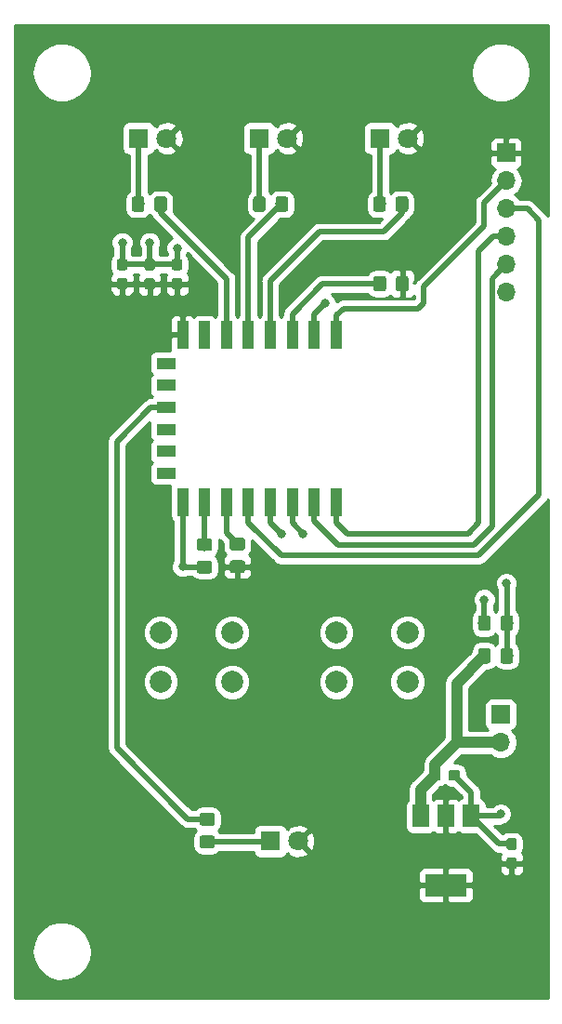
<source format=gbr>
G04 #@! TF.GenerationSoftware,KiCad,Pcbnew,(5.0.0)*
G04 #@! TF.CreationDate,2020-08-07T11:04:04-05:00*
G04 #@! TF.ProjectId,Church Controller,43687572636820436F6E74726F6C6C65,rev?*
G04 #@! TF.SameCoordinates,Original*
G04 #@! TF.FileFunction,Copper,L1,Top,Signal*
G04 #@! TF.FilePolarity,Positive*
%FSLAX46Y46*%
G04 Gerber Fmt 4.6, Leading zero omitted, Abs format (unit mm)*
G04 Created by KiCad (PCBNEW (5.0.0)) date 08/07/20 11:04:04*
%MOMM*%
%LPD*%
G01*
G04 APERTURE LIST*
G04 #@! TA.AperFunction,Conductor*
%ADD10C,0.100000*%
G04 #@! TD*
G04 #@! TA.AperFunction,SMDPad,CuDef*
%ADD11C,0.950000*%
G04 #@! TD*
G04 #@! TA.AperFunction,ComponentPad*
%ADD12R,1.800000X1.800000*%
G04 #@! TD*
G04 #@! TA.AperFunction,ComponentPad*
%ADD13C,1.800000*%
G04 #@! TD*
G04 #@! TA.AperFunction,ComponentPad*
%ADD14R,1.700000X1.700000*%
G04 #@! TD*
G04 #@! TA.AperFunction,ComponentPad*
%ADD15O,1.700000X1.700000*%
G04 #@! TD*
G04 #@! TA.AperFunction,SMDPad,CuDef*
%ADD16C,1.150000*%
G04 #@! TD*
G04 #@! TA.AperFunction,ComponentPad*
%ADD17C,2.000000*%
G04 #@! TD*
G04 #@! TA.AperFunction,SMDPad,CuDef*
%ADD18R,3.800000X2.000000*%
G04 #@! TD*
G04 #@! TA.AperFunction,SMDPad,CuDef*
%ADD19R,1.500000X2.000000*%
G04 #@! TD*
G04 #@! TA.AperFunction,SMDPad,CuDef*
%ADD20R,1.000000X2.500000*%
G04 #@! TD*
G04 #@! TA.AperFunction,SMDPad,CuDef*
%ADD21R,1.800000X1.000000*%
G04 #@! TD*
G04 #@! TA.AperFunction,ViaPad*
%ADD22C,0.800000*%
G04 #@! TD*
G04 #@! TA.AperFunction,Conductor*
%ADD23C,1.000000*%
G04 #@! TD*
G04 #@! TA.AperFunction,Conductor*
%ADD24C,0.500000*%
G04 #@! TD*
G04 #@! TA.AperFunction,Conductor*
%ADD25C,0.254000*%
G04 #@! TD*
G04 APERTURE END LIST*
D10*
G04 #@! TO.N,VCC*
G04 #@! TO.C,C1*
G36*
X144310779Y-118526144D02*
X144333834Y-118529563D01*
X144356443Y-118535227D01*
X144378387Y-118543079D01*
X144399457Y-118553044D01*
X144419448Y-118565026D01*
X144438168Y-118578910D01*
X144455438Y-118594562D01*
X144471090Y-118611832D01*
X144484974Y-118630552D01*
X144496956Y-118650543D01*
X144506921Y-118671613D01*
X144514773Y-118693557D01*
X144520437Y-118716166D01*
X144523856Y-118739221D01*
X144525000Y-118762500D01*
X144525000Y-119237500D01*
X144523856Y-119260779D01*
X144520437Y-119283834D01*
X144514773Y-119306443D01*
X144506921Y-119328387D01*
X144496956Y-119349457D01*
X144484974Y-119369448D01*
X144471090Y-119388168D01*
X144455438Y-119405438D01*
X144438168Y-119421090D01*
X144419448Y-119434974D01*
X144399457Y-119446956D01*
X144378387Y-119456921D01*
X144356443Y-119464773D01*
X144333834Y-119470437D01*
X144310779Y-119473856D01*
X144287500Y-119475000D01*
X143712500Y-119475000D01*
X143689221Y-119473856D01*
X143666166Y-119470437D01*
X143643557Y-119464773D01*
X143621613Y-119456921D01*
X143600543Y-119446956D01*
X143580552Y-119434974D01*
X143561832Y-119421090D01*
X143544562Y-119405438D01*
X143528910Y-119388168D01*
X143515026Y-119369448D01*
X143503044Y-119349457D01*
X143493079Y-119328387D01*
X143485227Y-119306443D01*
X143479563Y-119283834D01*
X143476144Y-119260779D01*
X143475000Y-119237500D01*
X143475000Y-118762500D01*
X143476144Y-118739221D01*
X143479563Y-118716166D01*
X143485227Y-118693557D01*
X143493079Y-118671613D01*
X143503044Y-118650543D01*
X143515026Y-118630552D01*
X143528910Y-118611832D01*
X143544562Y-118594562D01*
X143561832Y-118578910D01*
X143580552Y-118565026D01*
X143600543Y-118553044D01*
X143621613Y-118543079D01*
X143643557Y-118535227D01*
X143666166Y-118529563D01*
X143689221Y-118526144D01*
X143712500Y-118525000D01*
X144287500Y-118525000D01*
X144310779Y-118526144D01*
X144310779Y-118526144D01*
G37*
D11*
G04 #@! TD*
G04 #@! TO.P,C1,2*
G04 #@! TO.N,VCC*
X144000000Y-119000000D03*
D10*
G04 #@! TO.N,GND*
G04 #@! TO.C,C1*
G36*
X146060779Y-118526144D02*
X146083834Y-118529563D01*
X146106443Y-118535227D01*
X146128387Y-118543079D01*
X146149457Y-118553044D01*
X146169448Y-118565026D01*
X146188168Y-118578910D01*
X146205438Y-118594562D01*
X146221090Y-118611832D01*
X146234974Y-118630552D01*
X146246956Y-118650543D01*
X146256921Y-118671613D01*
X146264773Y-118693557D01*
X146270437Y-118716166D01*
X146273856Y-118739221D01*
X146275000Y-118762500D01*
X146275000Y-119237500D01*
X146273856Y-119260779D01*
X146270437Y-119283834D01*
X146264773Y-119306443D01*
X146256921Y-119328387D01*
X146246956Y-119349457D01*
X146234974Y-119369448D01*
X146221090Y-119388168D01*
X146205438Y-119405438D01*
X146188168Y-119421090D01*
X146169448Y-119434974D01*
X146149457Y-119446956D01*
X146128387Y-119456921D01*
X146106443Y-119464773D01*
X146083834Y-119470437D01*
X146060779Y-119473856D01*
X146037500Y-119475000D01*
X145462500Y-119475000D01*
X145439221Y-119473856D01*
X145416166Y-119470437D01*
X145393557Y-119464773D01*
X145371613Y-119456921D01*
X145350543Y-119446956D01*
X145330552Y-119434974D01*
X145311832Y-119421090D01*
X145294562Y-119405438D01*
X145278910Y-119388168D01*
X145265026Y-119369448D01*
X145253044Y-119349457D01*
X145243079Y-119328387D01*
X145235227Y-119306443D01*
X145229563Y-119283834D01*
X145226144Y-119260779D01*
X145225000Y-119237500D01*
X145225000Y-118762500D01*
X145226144Y-118739221D01*
X145229563Y-118716166D01*
X145235227Y-118693557D01*
X145243079Y-118671613D01*
X145253044Y-118650543D01*
X145265026Y-118630552D01*
X145278910Y-118611832D01*
X145294562Y-118594562D01*
X145311832Y-118578910D01*
X145330552Y-118565026D01*
X145350543Y-118553044D01*
X145371613Y-118543079D01*
X145393557Y-118535227D01*
X145416166Y-118529563D01*
X145439221Y-118526144D01*
X145462500Y-118525000D01*
X146037500Y-118525000D01*
X146060779Y-118526144D01*
X146060779Y-118526144D01*
G37*
D11*
G04 #@! TD*
G04 #@! TO.P,C1,1*
G04 #@! TO.N,GND*
X145750000Y-119000000D03*
D10*
G04 #@! TO.N,GND*
G04 #@! TO.C,C2*
G36*
X151260779Y-124726144D02*
X151283834Y-124729563D01*
X151306443Y-124735227D01*
X151328387Y-124743079D01*
X151349457Y-124753044D01*
X151369448Y-124765026D01*
X151388168Y-124778910D01*
X151405438Y-124794562D01*
X151421090Y-124811832D01*
X151434974Y-124830552D01*
X151446956Y-124850543D01*
X151456921Y-124871613D01*
X151464773Y-124893557D01*
X151470437Y-124916166D01*
X151473856Y-124939221D01*
X151475000Y-124962500D01*
X151475000Y-125537500D01*
X151473856Y-125560779D01*
X151470437Y-125583834D01*
X151464773Y-125606443D01*
X151456921Y-125628387D01*
X151446956Y-125649457D01*
X151434974Y-125669448D01*
X151421090Y-125688168D01*
X151405438Y-125705438D01*
X151388168Y-125721090D01*
X151369448Y-125734974D01*
X151349457Y-125746956D01*
X151328387Y-125756921D01*
X151306443Y-125764773D01*
X151283834Y-125770437D01*
X151260779Y-125773856D01*
X151237500Y-125775000D01*
X150762500Y-125775000D01*
X150739221Y-125773856D01*
X150716166Y-125770437D01*
X150693557Y-125764773D01*
X150671613Y-125756921D01*
X150650543Y-125746956D01*
X150630552Y-125734974D01*
X150611832Y-125721090D01*
X150594562Y-125705438D01*
X150578910Y-125688168D01*
X150565026Y-125669448D01*
X150553044Y-125649457D01*
X150543079Y-125628387D01*
X150535227Y-125606443D01*
X150529563Y-125583834D01*
X150526144Y-125560779D01*
X150525000Y-125537500D01*
X150525000Y-124962500D01*
X150526144Y-124939221D01*
X150529563Y-124916166D01*
X150535227Y-124893557D01*
X150543079Y-124871613D01*
X150553044Y-124850543D01*
X150565026Y-124830552D01*
X150578910Y-124811832D01*
X150594562Y-124794562D01*
X150611832Y-124778910D01*
X150630552Y-124765026D01*
X150650543Y-124753044D01*
X150671613Y-124743079D01*
X150693557Y-124735227D01*
X150716166Y-124729563D01*
X150739221Y-124726144D01*
X150762500Y-124725000D01*
X151237500Y-124725000D01*
X151260779Y-124726144D01*
X151260779Y-124726144D01*
G37*
D11*
G04 #@! TD*
G04 #@! TO.P,C2,1*
G04 #@! TO.N,GND*
X151000000Y-125250000D03*
D10*
G04 #@! TO.N,+3V3*
G04 #@! TO.C,C2*
G36*
X151260779Y-126476144D02*
X151283834Y-126479563D01*
X151306443Y-126485227D01*
X151328387Y-126493079D01*
X151349457Y-126503044D01*
X151369448Y-126515026D01*
X151388168Y-126528910D01*
X151405438Y-126544562D01*
X151421090Y-126561832D01*
X151434974Y-126580552D01*
X151446956Y-126600543D01*
X151456921Y-126621613D01*
X151464773Y-126643557D01*
X151470437Y-126666166D01*
X151473856Y-126689221D01*
X151475000Y-126712500D01*
X151475000Y-127287500D01*
X151473856Y-127310779D01*
X151470437Y-127333834D01*
X151464773Y-127356443D01*
X151456921Y-127378387D01*
X151446956Y-127399457D01*
X151434974Y-127419448D01*
X151421090Y-127438168D01*
X151405438Y-127455438D01*
X151388168Y-127471090D01*
X151369448Y-127484974D01*
X151349457Y-127496956D01*
X151328387Y-127506921D01*
X151306443Y-127514773D01*
X151283834Y-127520437D01*
X151260779Y-127523856D01*
X151237500Y-127525000D01*
X150762500Y-127525000D01*
X150739221Y-127523856D01*
X150716166Y-127520437D01*
X150693557Y-127514773D01*
X150671613Y-127506921D01*
X150650543Y-127496956D01*
X150630552Y-127484974D01*
X150611832Y-127471090D01*
X150594562Y-127455438D01*
X150578910Y-127438168D01*
X150565026Y-127419448D01*
X150553044Y-127399457D01*
X150543079Y-127378387D01*
X150535227Y-127356443D01*
X150529563Y-127333834D01*
X150526144Y-127310779D01*
X150525000Y-127287500D01*
X150525000Y-126712500D01*
X150526144Y-126689221D01*
X150529563Y-126666166D01*
X150535227Y-126643557D01*
X150543079Y-126621613D01*
X150553044Y-126600543D01*
X150565026Y-126580552D01*
X150578910Y-126561832D01*
X150594562Y-126544562D01*
X150611832Y-126528910D01*
X150630552Y-126515026D01*
X150650543Y-126503044D01*
X150671613Y-126493079D01*
X150693557Y-126485227D01*
X150716166Y-126479563D01*
X150739221Y-126476144D01*
X150762500Y-126475000D01*
X151237500Y-126475000D01*
X151260779Y-126476144D01*
X151260779Y-126476144D01*
G37*
D11*
G04 #@! TD*
G04 #@! TO.P,C2,2*
G04 #@! TO.N,+3V3*
X151000000Y-127000000D03*
D10*
G04 #@! TO.N,GND*
G04 #@! TO.C,C3*
G36*
X120760779Y-71976144D02*
X120783834Y-71979563D01*
X120806443Y-71985227D01*
X120828387Y-71993079D01*
X120849457Y-72003044D01*
X120869448Y-72015026D01*
X120888168Y-72028910D01*
X120905438Y-72044562D01*
X120921090Y-72061832D01*
X120934974Y-72080552D01*
X120946956Y-72100543D01*
X120956921Y-72121613D01*
X120964773Y-72143557D01*
X120970437Y-72166166D01*
X120973856Y-72189221D01*
X120975000Y-72212500D01*
X120975000Y-72787500D01*
X120973856Y-72810779D01*
X120970437Y-72833834D01*
X120964773Y-72856443D01*
X120956921Y-72878387D01*
X120946956Y-72899457D01*
X120934974Y-72919448D01*
X120921090Y-72938168D01*
X120905438Y-72955438D01*
X120888168Y-72971090D01*
X120869448Y-72984974D01*
X120849457Y-72996956D01*
X120828387Y-73006921D01*
X120806443Y-73014773D01*
X120783834Y-73020437D01*
X120760779Y-73023856D01*
X120737500Y-73025000D01*
X120262500Y-73025000D01*
X120239221Y-73023856D01*
X120216166Y-73020437D01*
X120193557Y-73014773D01*
X120171613Y-73006921D01*
X120150543Y-72996956D01*
X120130552Y-72984974D01*
X120111832Y-72971090D01*
X120094562Y-72955438D01*
X120078910Y-72938168D01*
X120065026Y-72919448D01*
X120053044Y-72899457D01*
X120043079Y-72878387D01*
X120035227Y-72856443D01*
X120029563Y-72833834D01*
X120026144Y-72810779D01*
X120025000Y-72787500D01*
X120025000Y-72212500D01*
X120026144Y-72189221D01*
X120029563Y-72166166D01*
X120035227Y-72143557D01*
X120043079Y-72121613D01*
X120053044Y-72100543D01*
X120065026Y-72080552D01*
X120078910Y-72061832D01*
X120094562Y-72044562D01*
X120111832Y-72028910D01*
X120130552Y-72015026D01*
X120150543Y-72003044D01*
X120171613Y-71993079D01*
X120193557Y-71985227D01*
X120216166Y-71979563D01*
X120239221Y-71976144D01*
X120262500Y-71975000D01*
X120737500Y-71975000D01*
X120760779Y-71976144D01*
X120760779Y-71976144D01*
G37*
D11*
G04 #@! TD*
G04 #@! TO.P,C3,1*
G04 #@! TO.N,GND*
X120500000Y-72500000D03*
D10*
G04 #@! TO.N,+3V3*
G04 #@! TO.C,C3*
G36*
X120760779Y-73726144D02*
X120783834Y-73729563D01*
X120806443Y-73735227D01*
X120828387Y-73743079D01*
X120849457Y-73753044D01*
X120869448Y-73765026D01*
X120888168Y-73778910D01*
X120905438Y-73794562D01*
X120921090Y-73811832D01*
X120934974Y-73830552D01*
X120946956Y-73850543D01*
X120956921Y-73871613D01*
X120964773Y-73893557D01*
X120970437Y-73916166D01*
X120973856Y-73939221D01*
X120975000Y-73962500D01*
X120975000Y-74537500D01*
X120973856Y-74560779D01*
X120970437Y-74583834D01*
X120964773Y-74606443D01*
X120956921Y-74628387D01*
X120946956Y-74649457D01*
X120934974Y-74669448D01*
X120921090Y-74688168D01*
X120905438Y-74705438D01*
X120888168Y-74721090D01*
X120869448Y-74734974D01*
X120849457Y-74746956D01*
X120828387Y-74756921D01*
X120806443Y-74764773D01*
X120783834Y-74770437D01*
X120760779Y-74773856D01*
X120737500Y-74775000D01*
X120262500Y-74775000D01*
X120239221Y-74773856D01*
X120216166Y-74770437D01*
X120193557Y-74764773D01*
X120171613Y-74756921D01*
X120150543Y-74746956D01*
X120130552Y-74734974D01*
X120111832Y-74721090D01*
X120094562Y-74705438D01*
X120078910Y-74688168D01*
X120065026Y-74669448D01*
X120053044Y-74649457D01*
X120043079Y-74628387D01*
X120035227Y-74606443D01*
X120029563Y-74583834D01*
X120026144Y-74560779D01*
X120025000Y-74537500D01*
X120025000Y-73962500D01*
X120026144Y-73939221D01*
X120029563Y-73916166D01*
X120035227Y-73893557D01*
X120043079Y-73871613D01*
X120053044Y-73850543D01*
X120065026Y-73830552D01*
X120078910Y-73811832D01*
X120094562Y-73794562D01*
X120111832Y-73778910D01*
X120130552Y-73765026D01*
X120150543Y-73753044D01*
X120171613Y-73743079D01*
X120193557Y-73735227D01*
X120216166Y-73729563D01*
X120239221Y-73726144D01*
X120262500Y-73725000D01*
X120737500Y-73725000D01*
X120760779Y-73726144D01*
X120760779Y-73726144D01*
G37*
D11*
G04 #@! TD*
G04 #@! TO.P,C3,2*
G04 #@! TO.N,+3V3*
X120500000Y-74250000D03*
D10*
G04 #@! TO.N,+3V3*
G04 #@! TO.C,C4*
G36*
X118260779Y-73726144D02*
X118283834Y-73729563D01*
X118306443Y-73735227D01*
X118328387Y-73743079D01*
X118349457Y-73753044D01*
X118369448Y-73765026D01*
X118388168Y-73778910D01*
X118405438Y-73794562D01*
X118421090Y-73811832D01*
X118434974Y-73830552D01*
X118446956Y-73850543D01*
X118456921Y-73871613D01*
X118464773Y-73893557D01*
X118470437Y-73916166D01*
X118473856Y-73939221D01*
X118475000Y-73962500D01*
X118475000Y-74537500D01*
X118473856Y-74560779D01*
X118470437Y-74583834D01*
X118464773Y-74606443D01*
X118456921Y-74628387D01*
X118446956Y-74649457D01*
X118434974Y-74669448D01*
X118421090Y-74688168D01*
X118405438Y-74705438D01*
X118388168Y-74721090D01*
X118369448Y-74734974D01*
X118349457Y-74746956D01*
X118328387Y-74756921D01*
X118306443Y-74764773D01*
X118283834Y-74770437D01*
X118260779Y-74773856D01*
X118237500Y-74775000D01*
X117762500Y-74775000D01*
X117739221Y-74773856D01*
X117716166Y-74770437D01*
X117693557Y-74764773D01*
X117671613Y-74756921D01*
X117650543Y-74746956D01*
X117630552Y-74734974D01*
X117611832Y-74721090D01*
X117594562Y-74705438D01*
X117578910Y-74688168D01*
X117565026Y-74669448D01*
X117553044Y-74649457D01*
X117543079Y-74628387D01*
X117535227Y-74606443D01*
X117529563Y-74583834D01*
X117526144Y-74560779D01*
X117525000Y-74537500D01*
X117525000Y-73962500D01*
X117526144Y-73939221D01*
X117529563Y-73916166D01*
X117535227Y-73893557D01*
X117543079Y-73871613D01*
X117553044Y-73850543D01*
X117565026Y-73830552D01*
X117578910Y-73811832D01*
X117594562Y-73794562D01*
X117611832Y-73778910D01*
X117630552Y-73765026D01*
X117650543Y-73753044D01*
X117671613Y-73743079D01*
X117693557Y-73735227D01*
X117716166Y-73729563D01*
X117739221Y-73726144D01*
X117762500Y-73725000D01*
X118237500Y-73725000D01*
X118260779Y-73726144D01*
X118260779Y-73726144D01*
G37*
D11*
G04 #@! TD*
G04 #@! TO.P,C4,2*
G04 #@! TO.N,+3V3*
X118000000Y-74250000D03*
D10*
G04 #@! TO.N,GND*
G04 #@! TO.C,C4*
G36*
X118260779Y-71976144D02*
X118283834Y-71979563D01*
X118306443Y-71985227D01*
X118328387Y-71993079D01*
X118349457Y-72003044D01*
X118369448Y-72015026D01*
X118388168Y-72028910D01*
X118405438Y-72044562D01*
X118421090Y-72061832D01*
X118434974Y-72080552D01*
X118446956Y-72100543D01*
X118456921Y-72121613D01*
X118464773Y-72143557D01*
X118470437Y-72166166D01*
X118473856Y-72189221D01*
X118475000Y-72212500D01*
X118475000Y-72787500D01*
X118473856Y-72810779D01*
X118470437Y-72833834D01*
X118464773Y-72856443D01*
X118456921Y-72878387D01*
X118446956Y-72899457D01*
X118434974Y-72919448D01*
X118421090Y-72938168D01*
X118405438Y-72955438D01*
X118388168Y-72971090D01*
X118369448Y-72984974D01*
X118349457Y-72996956D01*
X118328387Y-73006921D01*
X118306443Y-73014773D01*
X118283834Y-73020437D01*
X118260779Y-73023856D01*
X118237500Y-73025000D01*
X117762500Y-73025000D01*
X117739221Y-73023856D01*
X117716166Y-73020437D01*
X117693557Y-73014773D01*
X117671613Y-73006921D01*
X117650543Y-72996956D01*
X117630552Y-72984974D01*
X117611832Y-72971090D01*
X117594562Y-72955438D01*
X117578910Y-72938168D01*
X117565026Y-72919448D01*
X117553044Y-72899457D01*
X117543079Y-72878387D01*
X117535227Y-72856443D01*
X117529563Y-72833834D01*
X117526144Y-72810779D01*
X117525000Y-72787500D01*
X117525000Y-72212500D01*
X117526144Y-72189221D01*
X117529563Y-72166166D01*
X117535227Y-72143557D01*
X117543079Y-72121613D01*
X117553044Y-72100543D01*
X117565026Y-72080552D01*
X117578910Y-72061832D01*
X117594562Y-72044562D01*
X117611832Y-72028910D01*
X117630552Y-72015026D01*
X117650543Y-72003044D01*
X117671613Y-71993079D01*
X117693557Y-71985227D01*
X117716166Y-71979563D01*
X117739221Y-71976144D01*
X117762500Y-71975000D01*
X118237500Y-71975000D01*
X118260779Y-71976144D01*
X118260779Y-71976144D01*
G37*
D11*
G04 #@! TD*
G04 #@! TO.P,C4,1*
G04 #@! TO.N,GND*
X118000000Y-72500000D03*
D10*
G04 #@! TO.N,GND*
G04 #@! TO.C,C5*
G36*
X115760779Y-71973979D02*
X115783834Y-71977398D01*
X115806443Y-71983062D01*
X115828387Y-71990914D01*
X115849457Y-72000879D01*
X115869448Y-72012861D01*
X115888168Y-72026745D01*
X115905438Y-72042397D01*
X115921090Y-72059667D01*
X115934974Y-72078387D01*
X115946956Y-72098378D01*
X115956921Y-72119448D01*
X115964773Y-72141392D01*
X115970437Y-72164001D01*
X115973856Y-72187056D01*
X115975000Y-72210335D01*
X115975000Y-72785335D01*
X115973856Y-72808614D01*
X115970437Y-72831669D01*
X115964773Y-72854278D01*
X115956921Y-72876222D01*
X115946956Y-72897292D01*
X115934974Y-72917283D01*
X115921090Y-72936003D01*
X115905438Y-72953273D01*
X115888168Y-72968925D01*
X115869448Y-72982809D01*
X115849457Y-72994791D01*
X115828387Y-73004756D01*
X115806443Y-73012608D01*
X115783834Y-73018272D01*
X115760779Y-73021691D01*
X115737500Y-73022835D01*
X115262500Y-73022835D01*
X115239221Y-73021691D01*
X115216166Y-73018272D01*
X115193557Y-73012608D01*
X115171613Y-73004756D01*
X115150543Y-72994791D01*
X115130552Y-72982809D01*
X115111832Y-72968925D01*
X115094562Y-72953273D01*
X115078910Y-72936003D01*
X115065026Y-72917283D01*
X115053044Y-72897292D01*
X115043079Y-72876222D01*
X115035227Y-72854278D01*
X115029563Y-72831669D01*
X115026144Y-72808614D01*
X115025000Y-72785335D01*
X115025000Y-72210335D01*
X115026144Y-72187056D01*
X115029563Y-72164001D01*
X115035227Y-72141392D01*
X115043079Y-72119448D01*
X115053044Y-72098378D01*
X115065026Y-72078387D01*
X115078910Y-72059667D01*
X115094562Y-72042397D01*
X115111832Y-72026745D01*
X115130552Y-72012861D01*
X115150543Y-72000879D01*
X115171613Y-71990914D01*
X115193557Y-71983062D01*
X115216166Y-71977398D01*
X115239221Y-71973979D01*
X115262500Y-71972835D01*
X115737500Y-71972835D01*
X115760779Y-71973979D01*
X115760779Y-71973979D01*
G37*
D11*
G04 #@! TD*
G04 #@! TO.P,C5,1*
G04 #@! TO.N,GND*
X115500000Y-72497835D03*
D10*
G04 #@! TO.N,+3V3*
G04 #@! TO.C,C5*
G36*
X115760779Y-73723979D02*
X115783834Y-73727398D01*
X115806443Y-73733062D01*
X115828387Y-73740914D01*
X115849457Y-73750879D01*
X115869448Y-73762861D01*
X115888168Y-73776745D01*
X115905438Y-73792397D01*
X115921090Y-73809667D01*
X115934974Y-73828387D01*
X115946956Y-73848378D01*
X115956921Y-73869448D01*
X115964773Y-73891392D01*
X115970437Y-73914001D01*
X115973856Y-73937056D01*
X115975000Y-73960335D01*
X115975000Y-74535335D01*
X115973856Y-74558614D01*
X115970437Y-74581669D01*
X115964773Y-74604278D01*
X115956921Y-74626222D01*
X115946956Y-74647292D01*
X115934974Y-74667283D01*
X115921090Y-74686003D01*
X115905438Y-74703273D01*
X115888168Y-74718925D01*
X115869448Y-74732809D01*
X115849457Y-74744791D01*
X115828387Y-74754756D01*
X115806443Y-74762608D01*
X115783834Y-74768272D01*
X115760779Y-74771691D01*
X115737500Y-74772835D01*
X115262500Y-74772835D01*
X115239221Y-74771691D01*
X115216166Y-74768272D01*
X115193557Y-74762608D01*
X115171613Y-74754756D01*
X115150543Y-74744791D01*
X115130552Y-74732809D01*
X115111832Y-74718925D01*
X115094562Y-74703273D01*
X115078910Y-74686003D01*
X115065026Y-74667283D01*
X115053044Y-74647292D01*
X115043079Y-74626222D01*
X115035227Y-74604278D01*
X115029563Y-74581669D01*
X115026144Y-74558614D01*
X115025000Y-74535335D01*
X115025000Y-73960335D01*
X115026144Y-73937056D01*
X115029563Y-73914001D01*
X115035227Y-73891392D01*
X115043079Y-73869448D01*
X115053044Y-73848378D01*
X115065026Y-73828387D01*
X115078910Y-73809667D01*
X115094562Y-73792397D01*
X115111832Y-73776745D01*
X115130552Y-73762861D01*
X115150543Y-73750879D01*
X115171613Y-73740914D01*
X115193557Y-73733062D01*
X115216166Y-73727398D01*
X115239221Y-73723979D01*
X115262500Y-73722835D01*
X115737500Y-73722835D01*
X115760779Y-73723979D01*
X115760779Y-73723979D01*
G37*
D11*
G04 #@! TD*
G04 #@! TO.P,C5,2*
G04 #@! TO.N,+3V3*
X115500000Y-74247835D03*
D12*
G04 #@! TO.P,D1,1*
G04 #@! TO.N,Net-(D1-Pad1)*
X117000000Y-61000000D03*
D13*
G04 #@! TO.P,D1,2*
G04 #@! TO.N,+3V3*
X119540000Y-61000000D03*
G04 #@! TD*
D12*
G04 #@! TO.P,D2,1*
G04 #@! TO.N,Net-(D2-Pad1)*
X128000000Y-61000000D03*
D13*
G04 #@! TO.P,D2,2*
G04 #@! TO.N,+3V3*
X130540000Y-61000000D03*
G04 #@! TD*
G04 #@! TO.P,D3,2*
G04 #@! TO.N,+3V3*
X141540000Y-61000000D03*
D12*
G04 #@! TO.P,D3,1*
G04 #@! TO.N,Net-(D3-Pad1)*
X139000000Y-61000000D03*
G04 #@! TD*
D13*
G04 #@! TO.P,D4,2*
G04 #@! TO.N,+3V3*
X131540000Y-125000000D03*
D12*
G04 #@! TO.P,D4,1*
G04 #@! TO.N,Net-(D4-Pad1)*
X129000000Y-125000000D03*
G04 #@! TD*
D14*
G04 #@! TO.P,J1,1*
G04 #@! TO.N,GND*
X150000000Y-113460000D03*
D15*
G04 #@! TO.P,J1,2*
G04 #@! TO.N,VCC*
X150000000Y-116000000D03*
G04 #@! TD*
D10*
G04 #@! TO.N,Net-(R1-Pad2)*
G04 #@! TO.C,R1*
G36*
X139324505Y-73551204D02*
X139348773Y-73554804D01*
X139372572Y-73560765D01*
X139395671Y-73569030D01*
X139417850Y-73579520D01*
X139438893Y-73592132D01*
X139458599Y-73606747D01*
X139476777Y-73623223D01*
X139493253Y-73641401D01*
X139507868Y-73661107D01*
X139520480Y-73682150D01*
X139530970Y-73704329D01*
X139539235Y-73727428D01*
X139545196Y-73751227D01*
X139548796Y-73775495D01*
X139550000Y-73799999D01*
X139550000Y-74700001D01*
X139548796Y-74724505D01*
X139545196Y-74748773D01*
X139539235Y-74772572D01*
X139530970Y-74795671D01*
X139520480Y-74817850D01*
X139507868Y-74838893D01*
X139493253Y-74858599D01*
X139476777Y-74876777D01*
X139458599Y-74893253D01*
X139438893Y-74907868D01*
X139417850Y-74920480D01*
X139395671Y-74930970D01*
X139372572Y-74939235D01*
X139348773Y-74945196D01*
X139324505Y-74948796D01*
X139300001Y-74950000D01*
X138649999Y-74950000D01*
X138625495Y-74948796D01*
X138601227Y-74945196D01*
X138577428Y-74939235D01*
X138554329Y-74930970D01*
X138532150Y-74920480D01*
X138511107Y-74907868D01*
X138491401Y-74893253D01*
X138473223Y-74876777D01*
X138456747Y-74858599D01*
X138442132Y-74838893D01*
X138429520Y-74817850D01*
X138419030Y-74795671D01*
X138410765Y-74772572D01*
X138404804Y-74748773D01*
X138401204Y-74724505D01*
X138400000Y-74700001D01*
X138400000Y-73799999D01*
X138401204Y-73775495D01*
X138404804Y-73751227D01*
X138410765Y-73727428D01*
X138419030Y-73704329D01*
X138429520Y-73682150D01*
X138442132Y-73661107D01*
X138456747Y-73641401D01*
X138473223Y-73623223D01*
X138491401Y-73606747D01*
X138511107Y-73592132D01*
X138532150Y-73579520D01*
X138554329Y-73569030D01*
X138577428Y-73560765D01*
X138601227Y-73554804D01*
X138625495Y-73551204D01*
X138649999Y-73550000D01*
X139300001Y-73550000D01*
X139324505Y-73551204D01*
X139324505Y-73551204D01*
G37*
D16*
G04 #@! TD*
G04 #@! TO.P,R1,2*
G04 #@! TO.N,Net-(R1-Pad2)*
X138975000Y-74250000D03*
D10*
G04 #@! TO.N,+3V3*
G04 #@! TO.C,R1*
G36*
X141374505Y-73551204D02*
X141398773Y-73554804D01*
X141422572Y-73560765D01*
X141445671Y-73569030D01*
X141467850Y-73579520D01*
X141488893Y-73592132D01*
X141508599Y-73606747D01*
X141526777Y-73623223D01*
X141543253Y-73641401D01*
X141557868Y-73661107D01*
X141570480Y-73682150D01*
X141580970Y-73704329D01*
X141589235Y-73727428D01*
X141595196Y-73751227D01*
X141598796Y-73775495D01*
X141600000Y-73799999D01*
X141600000Y-74700001D01*
X141598796Y-74724505D01*
X141595196Y-74748773D01*
X141589235Y-74772572D01*
X141580970Y-74795671D01*
X141570480Y-74817850D01*
X141557868Y-74838893D01*
X141543253Y-74858599D01*
X141526777Y-74876777D01*
X141508599Y-74893253D01*
X141488893Y-74907868D01*
X141467850Y-74920480D01*
X141445671Y-74930970D01*
X141422572Y-74939235D01*
X141398773Y-74945196D01*
X141374505Y-74948796D01*
X141350001Y-74950000D01*
X140699999Y-74950000D01*
X140675495Y-74948796D01*
X140651227Y-74945196D01*
X140627428Y-74939235D01*
X140604329Y-74930970D01*
X140582150Y-74920480D01*
X140561107Y-74907868D01*
X140541401Y-74893253D01*
X140523223Y-74876777D01*
X140506747Y-74858599D01*
X140492132Y-74838893D01*
X140479520Y-74817850D01*
X140469030Y-74795671D01*
X140460765Y-74772572D01*
X140454804Y-74748773D01*
X140451204Y-74724505D01*
X140450000Y-74700001D01*
X140450000Y-73799999D01*
X140451204Y-73775495D01*
X140454804Y-73751227D01*
X140460765Y-73727428D01*
X140469030Y-73704329D01*
X140479520Y-73682150D01*
X140492132Y-73661107D01*
X140506747Y-73641401D01*
X140523223Y-73623223D01*
X140541401Y-73606747D01*
X140561107Y-73592132D01*
X140582150Y-73579520D01*
X140604329Y-73569030D01*
X140627428Y-73560765D01*
X140651227Y-73554804D01*
X140675495Y-73551204D01*
X140699999Y-73550000D01*
X141350001Y-73550000D01*
X141374505Y-73551204D01*
X141374505Y-73551204D01*
G37*
D16*
G04 #@! TD*
G04 #@! TO.P,R1,1*
G04 #@! TO.N,+3V3*
X141025000Y-74250000D03*
D10*
G04 #@! TO.N,Net-(R3-Pad1)*
G04 #@! TO.C,R3*
G36*
X123474505Y-97426204D02*
X123498773Y-97429804D01*
X123522572Y-97435765D01*
X123545671Y-97444030D01*
X123567850Y-97454520D01*
X123588893Y-97467132D01*
X123608599Y-97481747D01*
X123626777Y-97498223D01*
X123643253Y-97516401D01*
X123657868Y-97536107D01*
X123670480Y-97557150D01*
X123680970Y-97579329D01*
X123689235Y-97602428D01*
X123695196Y-97626227D01*
X123698796Y-97650495D01*
X123700000Y-97674999D01*
X123700000Y-98325001D01*
X123698796Y-98349505D01*
X123695196Y-98373773D01*
X123689235Y-98397572D01*
X123680970Y-98420671D01*
X123670480Y-98442850D01*
X123657868Y-98463893D01*
X123643253Y-98483599D01*
X123626777Y-98501777D01*
X123608599Y-98518253D01*
X123588893Y-98532868D01*
X123567850Y-98545480D01*
X123545671Y-98555970D01*
X123522572Y-98564235D01*
X123498773Y-98570196D01*
X123474505Y-98573796D01*
X123450001Y-98575000D01*
X122549999Y-98575000D01*
X122525495Y-98573796D01*
X122501227Y-98570196D01*
X122477428Y-98564235D01*
X122454329Y-98555970D01*
X122432150Y-98545480D01*
X122411107Y-98532868D01*
X122391401Y-98518253D01*
X122373223Y-98501777D01*
X122356747Y-98483599D01*
X122342132Y-98463893D01*
X122329520Y-98442850D01*
X122319030Y-98420671D01*
X122310765Y-98397572D01*
X122304804Y-98373773D01*
X122301204Y-98349505D01*
X122300000Y-98325001D01*
X122300000Y-97674999D01*
X122301204Y-97650495D01*
X122304804Y-97626227D01*
X122310765Y-97602428D01*
X122319030Y-97579329D01*
X122329520Y-97557150D01*
X122342132Y-97536107D01*
X122356747Y-97516401D01*
X122373223Y-97498223D01*
X122391401Y-97481747D01*
X122411107Y-97467132D01*
X122432150Y-97454520D01*
X122454329Y-97444030D01*
X122477428Y-97435765D01*
X122501227Y-97429804D01*
X122525495Y-97426204D01*
X122549999Y-97425000D01*
X123450001Y-97425000D01*
X123474505Y-97426204D01*
X123474505Y-97426204D01*
G37*
D16*
G04 #@! TD*
G04 #@! TO.P,R3,1*
G04 #@! TO.N,Net-(R3-Pad1)*
X123000000Y-98000000D03*
D10*
G04 #@! TO.N,GND*
G04 #@! TO.C,R3*
G36*
X123474505Y-99476204D02*
X123498773Y-99479804D01*
X123522572Y-99485765D01*
X123545671Y-99494030D01*
X123567850Y-99504520D01*
X123588893Y-99517132D01*
X123608599Y-99531747D01*
X123626777Y-99548223D01*
X123643253Y-99566401D01*
X123657868Y-99586107D01*
X123670480Y-99607150D01*
X123680970Y-99629329D01*
X123689235Y-99652428D01*
X123695196Y-99676227D01*
X123698796Y-99700495D01*
X123700000Y-99724999D01*
X123700000Y-100375001D01*
X123698796Y-100399505D01*
X123695196Y-100423773D01*
X123689235Y-100447572D01*
X123680970Y-100470671D01*
X123670480Y-100492850D01*
X123657868Y-100513893D01*
X123643253Y-100533599D01*
X123626777Y-100551777D01*
X123608599Y-100568253D01*
X123588893Y-100582868D01*
X123567850Y-100595480D01*
X123545671Y-100605970D01*
X123522572Y-100614235D01*
X123498773Y-100620196D01*
X123474505Y-100623796D01*
X123450001Y-100625000D01*
X122549999Y-100625000D01*
X122525495Y-100623796D01*
X122501227Y-100620196D01*
X122477428Y-100614235D01*
X122454329Y-100605970D01*
X122432150Y-100595480D01*
X122411107Y-100582868D01*
X122391401Y-100568253D01*
X122373223Y-100551777D01*
X122356747Y-100533599D01*
X122342132Y-100513893D01*
X122329520Y-100492850D01*
X122319030Y-100470671D01*
X122310765Y-100447572D01*
X122304804Y-100423773D01*
X122301204Y-100399505D01*
X122300000Y-100375001D01*
X122300000Y-99724999D01*
X122301204Y-99700495D01*
X122304804Y-99676227D01*
X122310765Y-99652428D01*
X122319030Y-99629329D01*
X122329520Y-99607150D01*
X122342132Y-99586107D01*
X122356747Y-99566401D01*
X122373223Y-99548223D01*
X122391401Y-99531747D01*
X122411107Y-99517132D01*
X122432150Y-99504520D01*
X122454329Y-99494030D01*
X122477428Y-99485765D01*
X122501227Y-99479804D01*
X122525495Y-99476204D01*
X122549999Y-99475000D01*
X123450001Y-99475000D01*
X123474505Y-99476204D01*
X123474505Y-99476204D01*
G37*
D16*
G04 #@! TD*
G04 #@! TO.P,R3,2*
G04 #@! TO.N,GND*
X123000000Y-100050000D03*
D10*
G04 #@! TO.N,+3V3*
G04 #@! TO.C,R4*
G36*
X126474505Y-99426204D02*
X126498773Y-99429804D01*
X126522572Y-99435765D01*
X126545671Y-99444030D01*
X126567850Y-99454520D01*
X126588893Y-99467132D01*
X126608599Y-99481747D01*
X126626777Y-99498223D01*
X126643253Y-99516401D01*
X126657868Y-99536107D01*
X126670480Y-99557150D01*
X126680970Y-99579329D01*
X126689235Y-99602428D01*
X126695196Y-99626227D01*
X126698796Y-99650495D01*
X126700000Y-99674999D01*
X126700000Y-100325001D01*
X126698796Y-100349505D01*
X126695196Y-100373773D01*
X126689235Y-100397572D01*
X126680970Y-100420671D01*
X126670480Y-100442850D01*
X126657868Y-100463893D01*
X126643253Y-100483599D01*
X126626777Y-100501777D01*
X126608599Y-100518253D01*
X126588893Y-100532868D01*
X126567850Y-100545480D01*
X126545671Y-100555970D01*
X126522572Y-100564235D01*
X126498773Y-100570196D01*
X126474505Y-100573796D01*
X126450001Y-100575000D01*
X125549999Y-100575000D01*
X125525495Y-100573796D01*
X125501227Y-100570196D01*
X125477428Y-100564235D01*
X125454329Y-100555970D01*
X125432150Y-100545480D01*
X125411107Y-100532868D01*
X125391401Y-100518253D01*
X125373223Y-100501777D01*
X125356747Y-100483599D01*
X125342132Y-100463893D01*
X125329520Y-100442850D01*
X125319030Y-100420671D01*
X125310765Y-100397572D01*
X125304804Y-100373773D01*
X125301204Y-100349505D01*
X125300000Y-100325001D01*
X125300000Y-99674999D01*
X125301204Y-99650495D01*
X125304804Y-99626227D01*
X125310765Y-99602428D01*
X125319030Y-99579329D01*
X125329520Y-99557150D01*
X125342132Y-99536107D01*
X125356747Y-99516401D01*
X125373223Y-99498223D01*
X125391401Y-99481747D01*
X125411107Y-99467132D01*
X125432150Y-99454520D01*
X125454329Y-99444030D01*
X125477428Y-99435765D01*
X125501227Y-99429804D01*
X125525495Y-99426204D01*
X125549999Y-99425000D01*
X126450001Y-99425000D01*
X126474505Y-99426204D01*
X126474505Y-99426204D01*
G37*
D16*
G04 #@! TD*
G04 #@! TO.P,R4,1*
G04 #@! TO.N,+3V3*
X126000000Y-100000000D03*
D10*
G04 #@! TO.N,Net-(R4-Pad2)*
G04 #@! TO.C,R4*
G36*
X126474505Y-97376204D02*
X126498773Y-97379804D01*
X126522572Y-97385765D01*
X126545671Y-97394030D01*
X126567850Y-97404520D01*
X126588893Y-97417132D01*
X126608599Y-97431747D01*
X126626777Y-97448223D01*
X126643253Y-97466401D01*
X126657868Y-97486107D01*
X126670480Y-97507150D01*
X126680970Y-97529329D01*
X126689235Y-97552428D01*
X126695196Y-97576227D01*
X126698796Y-97600495D01*
X126700000Y-97624999D01*
X126700000Y-98275001D01*
X126698796Y-98299505D01*
X126695196Y-98323773D01*
X126689235Y-98347572D01*
X126680970Y-98370671D01*
X126670480Y-98392850D01*
X126657868Y-98413893D01*
X126643253Y-98433599D01*
X126626777Y-98451777D01*
X126608599Y-98468253D01*
X126588893Y-98482868D01*
X126567850Y-98495480D01*
X126545671Y-98505970D01*
X126522572Y-98514235D01*
X126498773Y-98520196D01*
X126474505Y-98523796D01*
X126450001Y-98525000D01*
X125549999Y-98525000D01*
X125525495Y-98523796D01*
X125501227Y-98520196D01*
X125477428Y-98514235D01*
X125454329Y-98505970D01*
X125432150Y-98495480D01*
X125411107Y-98482868D01*
X125391401Y-98468253D01*
X125373223Y-98451777D01*
X125356747Y-98433599D01*
X125342132Y-98413893D01*
X125329520Y-98392850D01*
X125319030Y-98370671D01*
X125310765Y-98347572D01*
X125304804Y-98323773D01*
X125301204Y-98299505D01*
X125300000Y-98275001D01*
X125300000Y-97624999D01*
X125301204Y-97600495D01*
X125304804Y-97576227D01*
X125310765Y-97552428D01*
X125319030Y-97529329D01*
X125329520Y-97507150D01*
X125342132Y-97486107D01*
X125356747Y-97466401D01*
X125373223Y-97448223D01*
X125391401Y-97431747D01*
X125411107Y-97417132D01*
X125432150Y-97404520D01*
X125454329Y-97394030D01*
X125477428Y-97385765D01*
X125501227Y-97379804D01*
X125525495Y-97376204D01*
X125549999Y-97375000D01*
X126450001Y-97375000D01*
X126474505Y-97376204D01*
X126474505Y-97376204D01*
G37*
D16*
G04 #@! TD*
G04 #@! TO.P,R4,2*
G04 #@! TO.N,Net-(R4-Pad2)*
X126000000Y-97950000D03*
D10*
G04 #@! TO.N,Net-(D1-Pad1)*
G04 #@! TO.C,R5*
G36*
X117299505Y-66301204D02*
X117323773Y-66304804D01*
X117347572Y-66310765D01*
X117370671Y-66319030D01*
X117392850Y-66329520D01*
X117413893Y-66342132D01*
X117433599Y-66356747D01*
X117451777Y-66373223D01*
X117468253Y-66391401D01*
X117482868Y-66411107D01*
X117495480Y-66432150D01*
X117505970Y-66454329D01*
X117514235Y-66477428D01*
X117520196Y-66501227D01*
X117523796Y-66525495D01*
X117525000Y-66549999D01*
X117525000Y-67450001D01*
X117523796Y-67474505D01*
X117520196Y-67498773D01*
X117514235Y-67522572D01*
X117505970Y-67545671D01*
X117495480Y-67567850D01*
X117482868Y-67588893D01*
X117468253Y-67608599D01*
X117451777Y-67626777D01*
X117433599Y-67643253D01*
X117413893Y-67657868D01*
X117392850Y-67670480D01*
X117370671Y-67680970D01*
X117347572Y-67689235D01*
X117323773Y-67695196D01*
X117299505Y-67698796D01*
X117275001Y-67700000D01*
X116624999Y-67700000D01*
X116600495Y-67698796D01*
X116576227Y-67695196D01*
X116552428Y-67689235D01*
X116529329Y-67680970D01*
X116507150Y-67670480D01*
X116486107Y-67657868D01*
X116466401Y-67643253D01*
X116448223Y-67626777D01*
X116431747Y-67608599D01*
X116417132Y-67588893D01*
X116404520Y-67567850D01*
X116394030Y-67545671D01*
X116385765Y-67522572D01*
X116379804Y-67498773D01*
X116376204Y-67474505D01*
X116375000Y-67450001D01*
X116375000Y-66549999D01*
X116376204Y-66525495D01*
X116379804Y-66501227D01*
X116385765Y-66477428D01*
X116394030Y-66454329D01*
X116404520Y-66432150D01*
X116417132Y-66411107D01*
X116431747Y-66391401D01*
X116448223Y-66373223D01*
X116466401Y-66356747D01*
X116486107Y-66342132D01*
X116507150Y-66329520D01*
X116529329Y-66319030D01*
X116552428Y-66310765D01*
X116576227Y-66304804D01*
X116600495Y-66301204D01*
X116624999Y-66300000D01*
X117275001Y-66300000D01*
X117299505Y-66301204D01*
X117299505Y-66301204D01*
G37*
D16*
G04 #@! TD*
G04 #@! TO.P,R5,1*
G04 #@! TO.N,Net-(D1-Pad1)*
X116950000Y-67000000D03*
D10*
G04 #@! TO.N,/LED_GREEN*
G04 #@! TO.C,R5*
G36*
X119349505Y-66301204D02*
X119373773Y-66304804D01*
X119397572Y-66310765D01*
X119420671Y-66319030D01*
X119442850Y-66329520D01*
X119463893Y-66342132D01*
X119483599Y-66356747D01*
X119501777Y-66373223D01*
X119518253Y-66391401D01*
X119532868Y-66411107D01*
X119545480Y-66432150D01*
X119555970Y-66454329D01*
X119564235Y-66477428D01*
X119570196Y-66501227D01*
X119573796Y-66525495D01*
X119575000Y-66549999D01*
X119575000Y-67450001D01*
X119573796Y-67474505D01*
X119570196Y-67498773D01*
X119564235Y-67522572D01*
X119555970Y-67545671D01*
X119545480Y-67567850D01*
X119532868Y-67588893D01*
X119518253Y-67608599D01*
X119501777Y-67626777D01*
X119483599Y-67643253D01*
X119463893Y-67657868D01*
X119442850Y-67670480D01*
X119420671Y-67680970D01*
X119397572Y-67689235D01*
X119373773Y-67695196D01*
X119349505Y-67698796D01*
X119325001Y-67700000D01*
X118674999Y-67700000D01*
X118650495Y-67698796D01*
X118626227Y-67695196D01*
X118602428Y-67689235D01*
X118579329Y-67680970D01*
X118557150Y-67670480D01*
X118536107Y-67657868D01*
X118516401Y-67643253D01*
X118498223Y-67626777D01*
X118481747Y-67608599D01*
X118467132Y-67588893D01*
X118454520Y-67567850D01*
X118444030Y-67545671D01*
X118435765Y-67522572D01*
X118429804Y-67498773D01*
X118426204Y-67474505D01*
X118425000Y-67450001D01*
X118425000Y-66549999D01*
X118426204Y-66525495D01*
X118429804Y-66501227D01*
X118435765Y-66477428D01*
X118444030Y-66454329D01*
X118454520Y-66432150D01*
X118467132Y-66411107D01*
X118481747Y-66391401D01*
X118498223Y-66373223D01*
X118516401Y-66356747D01*
X118536107Y-66342132D01*
X118557150Y-66329520D01*
X118579329Y-66319030D01*
X118602428Y-66310765D01*
X118626227Y-66304804D01*
X118650495Y-66301204D01*
X118674999Y-66300000D01*
X119325001Y-66300000D01*
X119349505Y-66301204D01*
X119349505Y-66301204D01*
G37*
D16*
G04 #@! TD*
G04 #@! TO.P,R5,2*
G04 #@! TO.N,/LED_GREEN*
X119000000Y-67000000D03*
D10*
G04 #@! TO.N,/LED_YELLOW*
G04 #@! TO.C,R6*
G36*
X130399505Y-66301204D02*
X130423773Y-66304804D01*
X130447572Y-66310765D01*
X130470671Y-66319030D01*
X130492850Y-66329520D01*
X130513893Y-66342132D01*
X130533599Y-66356747D01*
X130551777Y-66373223D01*
X130568253Y-66391401D01*
X130582868Y-66411107D01*
X130595480Y-66432150D01*
X130605970Y-66454329D01*
X130614235Y-66477428D01*
X130620196Y-66501227D01*
X130623796Y-66525495D01*
X130625000Y-66549999D01*
X130625000Y-67450001D01*
X130623796Y-67474505D01*
X130620196Y-67498773D01*
X130614235Y-67522572D01*
X130605970Y-67545671D01*
X130595480Y-67567850D01*
X130582868Y-67588893D01*
X130568253Y-67608599D01*
X130551777Y-67626777D01*
X130533599Y-67643253D01*
X130513893Y-67657868D01*
X130492850Y-67670480D01*
X130470671Y-67680970D01*
X130447572Y-67689235D01*
X130423773Y-67695196D01*
X130399505Y-67698796D01*
X130375001Y-67700000D01*
X129724999Y-67700000D01*
X129700495Y-67698796D01*
X129676227Y-67695196D01*
X129652428Y-67689235D01*
X129629329Y-67680970D01*
X129607150Y-67670480D01*
X129586107Y-67657868D01*
X129566401Y-67643253D01*
X129548223Y-67626777D01*
X129531747Y-67608599D01*
X129517132Y-67588893D01*
X129504520Y-67567850D01*
X129494030Y-67545671D01*
X129485765Y-67522572D01*
X129479804Y-67498773D01*
X129476204Y-67474505D01*
X129475000Y-67450001D01*
X129475000Y-66549999D01*
X129476204Y-66525495D01*
X129479804Y-66501227D01*
X129485765Y-66477428D01*
X129494030Y-66454329D01*
X129504520Y-66432150D01*
X129517132Y-66411107D01*
X129531747Y-66391401D01*
X129548223Y-66373223D01*
X129566401Y-66356747D01*
X129586107Y-66342132D01*
X129607150Y-66329520D01*
X129629329Y-66319030D01*
X129652428Y-66310765D01*
X129676227Y-66304804D01*
X129700495Y-66301204D01*
X129724999Y-66300000D01*
X130375001Y-66300000D01*
X130399505Y-66301204D01*
X130399505Y-66301204D01*
G37*
D16*
G04 #@! TD*
G04 #@! TO.P,R6,2*
G04 #@! TO.N,/LED_YELLOW*
X130050000Y-67000000D03*
D10*
G04 #@! TO.N,Net-(D2-Pad1)*
G04 #@! TO.C,R6*
G36*
X128349505Y-66301204D02*
X128373773Y-66304804D01*
X128397572Y-66310765D01*
X128420671Y-66319030D01*
X128442850Y-66329520D01*
X128463893Y-66342132D01*
X128483599Y-66356747D01*
X128501777Y-66373223D01*
X128518253Y-66391401D01*
X128532868Y-66411107D01*
X128545480Y-66432150D01*
X128555970Y-66454329D01*
X128564235Y-66477428D01*
X128570196Y-66501227D01*
X128573796Y-66525495D01*
X128575000Y-66549999D01*
X128575000Y-67450001D01*
X128573796Y-67474505D01*
X128570196Y-67498773D01*
X128564235Y-67522572D01*
X128555970Y-67545671D01*
X128545480Y-67567850D01*
X128532868Y-67588893D01*
X128518253Y-67608599D01*
X128501777Y-67626777D01*
X128483599Y-67643253D01*
X128463893Y-67657868D01*
X128442850Y-67670480D01*
X128420671Y-67680970D01*
X128397572Y-67689235D01*
X128373773Y-67695196D01*
X128349505Y-67698796D01*
X128325001Y-67700000D01*
X127674999Y-67700000D01*
X127650495Y-67698796D01*
X127626227Y-67695196D01*
X127602428Y-67689235D01*
X127579329Y-67680970D01*
X127557150Y-67670480D01*
X127536107Y-67657868D01*
X127516401Y-67643253D01*
X127498223Y-67626777D01*
X127481747Y-67608599D01*
X127467132Y-67588893D01*
X127454520Y-67567850D01*
X127444030Y-67545671D01*
X127435765Y-67522572D01*
X127429804Y-67498773D01*
X127426204Y-67474505D01*
X127425000Y-67450001D01*
X127425000Y-66549999D01*
X127426204Y-66525495D01*
X127429804Y-66501227D01*
X127435765Y-66477428D01*
X127444030Y-66454329D01*
X127454520Y-66432150D01*
X127467132Y-66411107D01*
X127481747Y-66391401D01*
X127498223Y-66373223D01*
X127516401Y-66356747D01*
X127536107Y-66342132D01*
X127557150Y-66329520D01*
X127579329Y-66319030D01*
X127602428Y-66310765D01*
X127626227Y-66304804D01*
X127650495Y-66301204D01*
X127674999Y-66300000D01*
X128325001Y-66300000D01*
X128349505Y-66301204D01*
X128349505Y-66301204D01*
G37*
D16*
G04 #@! TD*
G04 #@! TO.P,R6,1*
G04 #@! TO.N,Net-(D2-Pad1)*
X128000000Y-67000000D03*
D10*
G04 #@! TO.N,Net-(D3-Pad1)*
G04 #@! TO.C,R7*
G36*
X139299505Y-66301204D02*
X139323773Y-66304804D01*
X139347572Y-66310765D01*
X139370671Y-66319030D01*
X139392850Y-66329520D01*
X139413893Y-66342132D01*
X139433599Y-66356747D01*
X139451777Y-66373223D01*
X139468253Y-66391401D01*
X139482868Y-66411107D01*
X139495480Y-66432150D01*
X139505970Y-66454329D01*
X139514235Y-66477428D01*
X139520196Y-66501227D01*
X139523796Y-66525495D01*
X139525000Y-66549999D01*
X139525000Y-67450001D01*
X139523796Y-67474505D01*
X139520196Y-67498773D01*
X139514235Y-67522572D01*
X139505970Y-67545671D01*
X139495480Y-67567850D01*
X139482868Y-67588893D01*
X139468253Y-67608599D01*
X139451777Y-67626777D01*
X139433599Y-67643253D01*
X139413893Y-67657868D01*
X139392850Y-67670480D01*
X139370671Y-67680970D01*
X139347572Y-67689235D01*
X139323773Y-67695196D01*
X139299505Y-67698796D01*
X139275001Y-67700000D01*
X138624999Y-67700000D01*
X138600495Y-67698796D01*
X138576227Y-67695196D01*
X138552428Y-67689235D01*
X138529329Y-67680970D01*
X138507150Y-67670480D01*
X138486107Y-67657868D01*
X138466401Y-67643253D01*
X138448223Y-67626777D01*
X138431747Y-67608599D01*
X138417132Y-67588893D01*
X138404520Y-67567850D01*
X138394030Y-67545671D01*
X138385765Y-67522572D01*
X138379804Y-67498773D01*
X138376204Y-67474505D01*
X138375000Y-67450001D01*
X138375000Y-66549999D01*
X138376204Y-66525495D01*
X138379804Y-66501227D01*
X138385765Y-66477428D01*
X138394030Y-66454329D01*
X138404520Y-66432150D01*
X138417132Y-66411107D01*
X138431747Y-66391401D01*
X138448223Y-66373223D01*
X138466401Y-66356747D01*
X138486107Y-66342132D01*
X138507150Y-66329520D01*
X138529329Y-66319030D01*
X138552428Y-66310765D01*
X138576227Y-66304804D01*
X138600495Y-66301204D01*
X138624999Y-66300000D01*
X139275001Y-66300000D01*
X139299505Y-66301204D01*
X139299505Y-66301204D01*
G37*
D16*
G04 #@! TD*
G04 #@! TO.P,R7,1*
G04 #@! TO.N,Net-(D3-Pad1)*
X138950000Y-67000000D03*
D10*
G04 #@! TO.N,/LED_RED*
G04 #@! TO.C,R7*
G36*
X141349505Y-66301204D02*
X141373773Y-66304804D01*
X141397572Y-66310765D01*
X141420671Y-66319030D01*
X141442850Y-66329520D01*
X141463893Y-66342132D01*
X141483599Y-66356747D01*
X141501777Y-66373223D01*
X141518253Y-66391401D01*
X141532868Y-66411107D01*
X141545480Y-66432150D01*
X141555970Y-66454329D01*
X141564235Y-66477428D01*
X141570196Y-66501227D01*
X141573796Y-66525495D01*
X141575000Y-66549999D01*
X141575000Y-67450001D01*
X141573796Y-67474505D01*
X141570196Y-67498773D01*
X141564235Y-67522572D01*
X141555970Y-67545671D01*
X141545480Y-67567850D01*
X141532868Y-67588893D01*
X141518253Y-67608599D01*
X141501777Y-67626777D01*
X141483599Y-67643253D01*
X141463893Y-67657868D01*
X141442850Y-67670480D01*
X141420671Y-67680970D01*
X141397572Y-67689235D01*
X141373773Y-67695196D01*
X141349505Y-67698796D01*
X141325001Y-67700000D01*
X140674999Y-67700000D01*
X140650495Y-67698796D01*
X140626227Y-67695196D01*
X140602428Y-67689235D01*
X140579329Y-67680970D01*
X140557150Y-67670480D01*
X140536107Y-67657868D01*
X140516401Y-67643253D01*
X140498223Y-67626777D01*
X140481747Y-67608599D01*
X140467132Y-67588893D01*
X140454520Y-67567850D01*
X140444030Y-67545671D01*
X140435765Y-67522572D01*
X140429804Y-67498773D01*
X140426204Y-67474505D01*
X140425000Y-67450001D01*
X140425000Y-66549999D01*
X140426204Y-66525495D01*
X140429804Y-66501227D01*
X140435765Y-66477428D01*
X140444030Y-66454329D01*
X140454520Y-66432150D01*
X140467132Y-66411107D01*
X140481747Y-66391401D01*
X140498223Y-66373223D01*
X140516401Y-66356747D01*
X140536107Y-66342132D01*
X140557150Y-66329520D01*
X140579329Y-66319030D01*
X140602428Y-66310765D01*
X140626227Y-66304804D01*
X140650495Y-66301204D01*
X140674999Y-66300000D01*
X141325001Y-66300000D01*
X141349505Y-66301204D01*
X141349505Y-66301204D01*
G37*
D16*
G04 #@! TD*
G04 #@! TO.P,R7,2*
G04 #@! TO.N,/LED_RED*
X141000000Y-67000000D03*
D10*
G04 #@! TO.N,VCC*
G04 #@! TO.C,R8*
G36*
X148853096Y-107431745D02*
X148877364Y-107435345D01*
X148901163Y-107441306D01*
X148924262Y-107449571D01*
X148946441Y-107460061D01*
X148967484Y-107472673D01*
X148987190Y-107487288D01*
X149005368Y-107503764D01*
X149021844Y-107521942D01*
X149036459Y-107541648D01*
X149049071Y-107562691D01*
X149059561Y-107584870D01*
X149067826Y-107607969D01*
X149073787Y-107631768D01*
X149077387Y-107656036D01*
X149078591Y-107680540D01*
X149078591Y-108580542D01*
X149077387Y-108605046D01*
X149073787Y-108629314D01*
X149067826Y-108653113D01*
X149059561Y-108676212D01*
X149049071Y-108698391D01*
X149036459Y-108719434D01*
X149021844Y-108739140D01*
X149005368Y-108757318D01*
X148987190Y-108773794D01*
X148967484Y-108788409D01*
X148946441Y-108801021D01*
X148924262Y-108811511D01*
X148901163Y-108819776D01*
X148877364Y-108825737D01*
X148853096Y-108829337D01*
X148828592Y-108830541D01*
X148178590Y-108830541D01*
X148154086Y-108829337D01*
X148129818Y-108825737D01*
X148106019Y-108819776D01*
X148082920Y-108811511D01*
X148060741Y-108801021D01*
X148039698Y-108788409D01*
X148019992Y-108773794D01*
X148001814Y-108757318D01*
X147985338Y-108739140D01*
X147970723Y-108719434D01*
X147958111Y-108698391D01*
X147947621Y-108676212D01*
X147939356Y-108653113D01*
X147933395Y-108629314D01*
X147929795Y-108605046D01*
X147928591Y-108580542D01*
X147928591Y-107680540D01*
X147929795Y-107656036D01*
X147933395Y-107631768D01*
X147939356Y-107607969D01*
X147947621Y-107584870D01*
X147958111Y-107562691D01*
X147970723Y-107541648D01*
X147985338Y-107521942D01*
X148001814Y-107503764D01*
X148019992Y-107487288D01*
X148039698Y-107472673D01*
X148060741Y-107460061D01*
X148082920Y-107449571D01*
X148106019Y-107441306D01*
X148129818Y-107435345D01*
X148154086Y-107431745D01*
X148178590Y-107430541D01*
X148828592Y-107430541D01*
X148853096Y-107431745D01*
X148853096Y-107431745D01*
G37*
D16*
G04 #@! TD*
G04 #@! TO.P,R8,1*
G04 #@! TO.N,VCC*
X148503591Y-108130541D03*
D10*
G04 #@! TO.N,Net-(R8-Pad2)*
G04 #@! TO.C,R8*
G36*
X150903096Y-107431745D02*
X150927364Y-107435345D01*
X150951163Y-107441306D01*
X150974262Y-107449571D01*
X150996441Y-107460061D01*
X151017484Y-107472673D01*
X151037190Y-107487288D01*
X151055368Y-107503764D01*
X151071844Y-107521942D01*
X151086459Y-107541648D01*
X151099071Y-107562691D01*
X151109561Y-107584870D01*
X151117826Y-107607969D01*
X151123787Y-107631768D01*
X151127387Y-107656036D01*
X151128591Y-107680540D01*
X151128591Y-108580542D01*
X151127387Y-108605046D01*
X151123787Y-108629314D01*
X151117826Y-108653113D01*
X151109561Y-108676212D01*
X151099071Y-108698391D01*
X151086459Y-108719434D01*
X151071844Y-108739140D01*
X151055368Y-108757318D01*
X151037190Y-108773794D01*
X151017484Y-108788409D01*
X150996441Y-108801021D01*
X150974262Y-108811511D01*
X150951163Y-108819776D01*
X150927364Y-108825737D01*
X150903096Y-108829337D01*
X150878592Y-108830541D01*
X150228590Y-108830541D01*
X150204086Y-108829337D01*
X150179818Y-108825737D01*
X150156019Y-108819776D01*
X150132920Y-108811511D01*
X150110741Y-108801021D01*
X150089698Y-108788409D01*
X150069992Y-108773794D01*
X150051814Y-108757318D01*
X150035338Y-108739140D01*
X150020723Y-108719434D01*
X150008111Y-108698391D01*
X149997621Y-108676212D01*
X149989356Y-108653113D01*
X149983395Y-108629314D01*
X149979795Y-108605046D01*
X149978591Y-108580542D01*
X149978591Y-107680540D01*
X149979795Y-107656036D01*
X149983395Y-107631768D01*
X149989356Y-107607969D01*
X149997621Y-107584870D01*
X150008111Y-107562691D01*
X150020723Y-107541648D01*
X150035338Y-107521942D01*
X150051814Y-107503764D01*
X150069992Y-107487288D01*
X150089698Y-107472673D01*
X150110741Y-107460061D01*
X150132920Y-107449571D01*
X150156019Y-107441306D01*
X150179818Y-107435345D01*
X150204086Y-107431745D01*
X150228590Y-107430541D01*
X150878592Y-107430541D01*
X150903096Y-107431745D01*
X150903096Y-107431745D01*
G37*
D16*
G04 #@! TD*
G04 #@! TO.P,R8,2*
G04 #@! TO.N,Net-(R8-Pad2)*
X150553591Y-108130541D03*
D10*
G04 #@! TO.N,GND*
G04 #@! TO.C,R9*
G36*
X148853096Y-104431745D02*
X148877364Y-104435345D01*
X148901163Y-104441306D01*
X148924262Y-104449571D01*
X148946441Y-104460061D01*
X148967484Y-104472673D01*
X148987190Y-104487288D01*
X149005368Y-104503764D01*
X149021844Y-104521942D01*
X149036459Y-104541648D01*
X149049071Y-104562691D01*
X149059561Y-104584870D01*
X149067826Y-104607969D01*
X149073787Y-104631768D01*
X149077387Y-104656036D01*
X149078591Y-104680540D01*
X149078591Y-105580542D01*
X149077387Y-105605046D01*
X149073787Y-105629314D01*
X149067826Y-105653113D01*
X149059561Y-105676212D01*
X149049071Y-105698391D01*
X149036459Y-105719434D01*
X149021844Y-105739140D01*
X149005368Y-105757318D01*
X148987190Y-105773794D01*
X148967484Y-105788409D01*
X148946441Y-105801021D01*
X148924262Y-105811511D01*
X148901163Y-105819776D01*
X148877364Y-105825737D01*
X148853096Y-105829337D01*
X148828592Y-105830541D01*
X148178590Y-105830541D01*
X148154086Y-105829337D01*
X148129818Y-105825737D01*
X148106019Y-105819776D01*
X148082920Y-105811511D01*
X148060741Y-105801021D01*
X148039698Y-105788409D01*
X148019992Y-105773794D01*
X148001814Y-105757318D01*
X147985338Y-105739140D01*
X147970723Y-105719434D01*
X147958111Y-105698391D01*
X147947621Y-105676212D01*
X147939356Y-105653113D01*
X147933395Y-105629314D01*
X147929795Y-105605046D01*
X147928591Y-105580542D01*
X147928591Y-104680540D01*
X147929795Y-104656036D01*
X147933395Y-104631768D01*
X147939356Y-104607969D01*
X147947621Y-104584870D01*
X147958111Y-104562691D01*
X147970723Y-104541648D01*
X147985338Y-104521942D01*
X148001814Y-104503764D01*
X148019992Y-104487288D01*
X148039698Y-104472673D01*
X148060741Y-104460061D01*
X148082920Y-104449571D01*
X148106019Y-104441306D01*
X148129818Y-104435345D01*
X148154086Y-104431745D01*
X148178590Y-104430541D01*
X148828592Y-104430541D01*
X148853096Y-104431745D01*
X148853096Y-104431745D01*
G37*
D16*
G04 #@! TD*
G04 #@! TO.P,R9,2*
G04 #@! TO.N,GND*
X148503591Y-105130541D03*
D10*
G04 #@! TO.N,Net-(R8-Pad2)*
G04 #@! TO.C,R9*
G36*
X150903096Y-104431745D02*
X150927364Y-104435345D01*
X150951163Y-104441306D01*
X150974262Y-104449571D01*
X150996441Y-104460061D01*
X151017484Y-104472673D01*
X151037190Y-104487288D01*
X151055368Y-104503764D01*
X151071844Y-104521942D01*
X151086459Y-104541648D01*
X151099071Y-104562691D01*
X151109561Y-104584870D01*
X151117826Y-104607969D01*
X151123787Y-104631768D01*
X151127387Y-104656036D01*
X151128591Y-104680540D01*
X151128591Y-105580542D01*
X151127387Y-105605046D01*
X151123787Y-105629314D01*
X151117826Y-105653113D01*
X151109561Y-105676212D01*
X151099071Y-105698391D01*
X151086459Y-105719434D01*
X151071844Y-105739140D01*
X151055368Y-105757318D01*
X151037190Y-105773794D01*
X151017484Y-105788409D01*
X150996441Y-105801021D01*
X150974262Y-105811511D01*
X150951163Y-105819776D01*
X150927364Y-105825737D01*
X150903096Y-105829337D01*
X150878592Y-105830541D01*
X150228590Y-105830541D01*
X150204086Y-105829337D01*
X150179818Y-105825737D01*
X150156019Y-105819776D01*
X150132920Y-105811511D01*
X150110741Y-105801021D01*
X150089698Y-105788409D01*
X150069992Y-105773794D01*
X150051814Y-105757318D01*
X150035338Y-105739140D01*
X150020723Y-105719434D01*
X150008111Y-105698391D01*
X149997621Y-105676212D01*
X149989356Y-105653113D01*
X149983395Y-105629314D01*
X149979795Y-105605046D01*
X149978591Y-105580542D01*
X149978591Y-104680540D01*
X149979795Y-104656036D01*
X149983395Y-104631768D01*
X149989356Y-104607969D01*
X149997621Y-104584870D01*
X150008111Y-104562691D01*
X150020723Y-104541648D01*
X150035338Y-104521942D01*
X150051814Y-104503764D01*
X150069992Y-104487288D01*
X150089698Y-104472673D01*
X150110741Y-104460061D01*
X150132920Y-104449571D01*
X150156019Y-104441306D01*
X150179818Y-104435345D01*
X150204086Y-104431745D01*
X150228590Y-104430541D01*
X150878592Y-104430541D01*
X150903096Y-104431745D01*
X150903096Y-104431745D01*
G37*
D16*
G04 #@! TD*
G04 #@! TO.P,R9,1*
G04 #@! TO.N,Net-(R8-Pad2)*
X150553591Y-105130541D03*
D10*
G04 #@! TO.N,/LED_BATT*
G04 #@! TO.C,R10*
G36*
X123724505Y-122426204D02*
X123748773Y-122429804D01*
X123772572Y-122435765D01*
X123795671Y-122444030D01*
X123817850Y-122454520D01*
X123838893Y-122467132D01*
X123858599Y-122481747D01*
X123876777Y-122498223D01*
X123893253Y-122516401D01*
X123907868Y-122536107D01*
X123920480Y-122557150D01*
X123930970Y-122579329D01*
X123939235Y-122602428D01*
X123945196Y-122626227D01*
X123948796Y-122650495D01*
X123950000Y-122674999D01*
X123950000Y-123325001D01*
X123948796Y-123349505D01*
X123945196Y-123373773D01*
X123939235Y-123397572D01*
X123930970Y-123420671D01*
X123920480Y-123442850D01*
X123907868Y-123463893D01*
X123893253Y-123483599D01*
X123876777Y-123501777D01*
X123858599Y-123518253D01*
X123838893Y-123532868D01*
X123817850Y-123545480D01*
X123795671Y-123555970D01*
X123772572Y-123564235D01*
X123748773Y-123570196D01*
X123724505Y-123573796D01*
X123700001Y-123575000D01*
X122799999Y-123575000D01*
X122775495Y-123573796D01*
X122751227Y-123570196D01*
X122727428Y-123564235D01*
X122704329Y-123555970D01*
X122682150Y-123545480D01*
X122661107Y-123532868D01*
X122641401Y-123518253D01*
X122623223Y-123501777D01*
X122606747Y-123483599D01*
X122592132Y-123463893D01*
X122579520Y-123442850D01*
X122569030Y-123420671D01*
X122560765Y-123397572D01*
X122554804Y-123373773D01*
X122551204Y-123349505D01*
X122550000Y-123325001D01*
X122550000Y-122674999D01*
X122551204Y-122650495D01*
X122554804Y-122626227D01*
X122560765Y-122602428D01*
X122569030Y-122579329D01*
X122579520Y-122557150D01*
X122592132Y-122536107D01*
X122606747Y-122516401D01*
X122623223Y-122498223D01*
X122641401Y-122481747D01*
X122661107Y-122467132D01*
X122682150Y-122454520D01*
X122704329Y-122444030D01*
X122727428Y-122435765D01*
X122751227Y-122429804D01*
X122775495Y-122426204D01*
X122799999Y-122425000D01*
X123700001Y-122425000D01*
X123724505Y-122426204D01*
X123724505Y-122426204D01*
G37*
D16*
G04 #@! TD*
G04 #@! TO.P,R10,2*
G04 #@! TO.N,/LED_BATT*
X123250000Y-123000000D03*
D10*
G04 #@! TO.N,Net-(D4-Pad1)*
G04 #@! TO.C,R10*
G36*
X123724505Y-124476204D02*
X123748773Y-124479804D01*
X123772572Y-124485765D01*
X123795671Y-124494030D01*
X123817850Y-124504520D01*
X123838893Y-124517132D01*
X123858599Y-124531747D01*
X123876777Y-124548223D01*
X123893253Y-124566401D01*
X123907868Y-124586107D01*
X123920480Y-124607150D01*
X123930970Y-124629329D01*
X123939235Y-124652428D01*
X123945196Y-124676227D01*
X123948796Y-124700495D01*
X123950000Y-124724999D01*
X123950000Y-125375001D01*
X123948796Y-125399505D01*
X123945196Y-125423773D01*
X123939235Y-125447572D01*
X123930970Y-125470671D01*
X123920480Y-125492850D01*
X123907868Y-125513893D01*
X123893253Y-125533599D01*
X123876777Y-125551777D01*
X123858599Y-125568253D01*
X123838893Y-125582868D01*
X123817850Y-125595480D01*
X123795671Y-125605970D01*
X123772572Y-125614235D01*
X123748773Y-125620196D01*
X123724505Y-125623796D01*
X123700001Y-125625000D01*
X122799999Y-125625000D01*
X122775495Y-125623796D01*
X122751227Y-125620196D01*
X122727428Y-125614235D01*
X122704329Y-125605970D01*
X122682150Y-125595480D01*
X122661107Y-125582868D01*
X122641401Y-125568253D01*
X122623223Y-125551777D01*
X122606747Y-125533599D01*
X122592132Y-125513893D01*
X122579520Y-125492850D01*
X122569030Y-125470671D01*
X122560765Y-125447572D01*
X122554804Y-125423773D01*
X122551204Y-125399505D01*
X122550000Y-125375001D01*
X122550000Y-124724999D01*
X122551204Y-124700495D01*
X122554804Y-124676227D01*
X122560765Y-124652428D01*
X122569030Y-124629329D01*
X122579520Y-124607150D01*
X122592132Y-124586107D01*
X122606747Y-124566401D01*
X122623223Y-124548223D01*
X122641401Y-124531747D01*
X122661107Y-124517132D01*
X122682150Y-124504520D01*
X122704329Y-124494030D01*
X122727428Y-124485765D01*
X122751227Y-124479804D01*
X122775495Y-124476204D01*
X122799999Y-124475000D01*
X123700001Y-124475000D01*
X123724505Y-124476204D01*
X123724505Y-124476204D01*
G37*
D16*
G04 #@! TD*
G04 #@! TO.P,R10,1*
G04 #@! TO.N,Net-(D4-Pad1)*
X123250000Y-125050000D03*
D17*
G04 #@! TO.P,SW1,2*
G04 #@! TO.N,GND*
X135000000Y-110500000D03*
G04 #@! TO.P,SW1,1*
G04 #@! TO.N,/BUTTON_CHANGE*
X135000000Y-106000000D03*
G04 #@! TO.P,SW1,2*
G04 #@! TO.N,GND*
X141500000Y-110500000D03*
G04 #@! TO.P,SW1,1*
G04 #@! TO.N,/BUTTON_CHANGE*
X141500000Y-106000000D03*
G04 #@! TD*
G04 #@! TO.P,SW2,1*
G04 #@! TO.N,/BUTTON_SAVE*
X125500000Y-106000000D03*
G04 #@! TO.P,SW2,2*
G04 #@! TO.N,GND*
X125500000Y-110500000D03*
G04 #@! TO.P,SW2,1*
G04 #@! TO.N,/BUTTON_SAVE*
X119000000Y-106000000D03*
G04 #@! TO.P,SW2,2*
G04 #@! TO.N,GND*
X119000000Y-110500000D03*
G04 #@! TD*
D18*
G04 #@! TO.P,U1,2*
G04 #@! TO.N,+3V3*
X145000000Y-129000000D03*
D19*
X145000000Y-122700000D03*
G04 #@! TO.P,U1,3*
G04 #@! TO.N,VCC*
X142700000Y-122700000D03*
G04 #@! TO.P,U1,1*
G04 #@! TO.N,GND*
X147300000Y-122700000D03*
G04 #@! TD*
D20*
G04 #@! TO.P,U2,1*
G04 #@! TO.N,/~RST*
X135000000Y-78900000D03*
G04 #@! TO.P,U2,2*
G04 #@! TO.N,Net-(R8-Pad2)*
X133000000Y-78900000D03*
G04 #@! TO.P,U2,3*
G04 #@! TO.N,Net-(R1-Pad2)*
X131000000Y-78900000D03*
G04 #@! TO.P,U2,4*
G04 #@! TO.N,/LED_RED*
X129000000Y-78900000D03*
G04 #@! TO.P,U2,5*
G04 #@! TO.N,/LED_YELLOW*
X127000000Y-78900000D03*
G04 #@! TO.P,U2,6*
G04 #@! TO.N,/LED_GREEN*
X125000000Y-78900000D03*
G04 #@! TO.P,U2,7*
G04 #@! TO.N,N/C*
X123000000Y-78900000D03*
G04 #@! TO.P,U2,8*
G04 #@! TO.N,+3V3*
X121000000Y-78900000D03*
D21*
G04 #@! TO.P,U2,9*
G04 #@! TO.N,N/C*
X119500000Y-81500000D03*
G04 #@! TO.P,U2,10*
X119500000Y-83500000D03*
G04 #@! TO.P,U2,11*
G04 #@! TO.N,/LED_BATT*
X119500000Y-85500000D03*
G04 #@! TO.P,U2,12*
G04 #@! TO.N,N/C*
X119500000Y-87500000D03*
G04 #@! TO.P,U2,13*
X119500000Y-89500000D03*
G04 #@! TO.P,U2,14*
X119500000Y-91500000D03*
D20*
G04 #@! TO.P,U2,15*
G04 #@! TO.N,GND*
X121000000Y-94100000D03*
G04 #@! TO.P,U2,16*
G04 #@! TO.N,Net-(R3-Pad1)*
X123000000Y-94100000D03*
G04 #@! TO.P,U2,17*
G04 #@! TO.N,Net-(R4-Pad2)*
X125000000Y-94100000D03*
G04 #@! TO.P,U2,18*
G04 #@! TO.N,/GPIO0*
X127000000Y-94100000D03*
G04 #@! TO.P,U2,19*
G04 #@! TO.N,/BUTTON_SAVE*
X129000000Y-94100000D03*
G04 #@! TO.P,U2,20*
G04 #@! TO.N,/BUTTON_CHANGE*
X131000000Y-94100000D03*
G04 #@! TO.P,U2,21*
G04 #@! TO.N,/Rx*
X133000000Y-94100000D03*
G04 #@! TO.P,U2,22*
G04 #@! TO.N,/Tx*
X135000000Y-94100000D03*
G04 #@! TD*
D14*
G04 #@! TO.P,J2,1*
G04 #@! TO.N,+3V3*
X150500000Y-62340000D03*
D15*
G04 #@! TO.P,J2,2*
G04 #@! TO.N,/~RST*
X150500000Y-64880000D03*
G04 #@! TO.P,J2,3*
G04 #@! TO.N,/GPIO0*
X150500000Y-67420000D03*
G04 #@! TO.P,J2,4*
G04 #@! TO.N,/Tx*
X150500000Y-69960000D03*
G04 #@! TO.P,J2,5*
G04 #@! TO.N,/Rx*
X150500000Y-72500000D03*
G04 #@! TO.P,J2,6*
G04 #@! TO.N,GND*
X150500000Y-75040000D03*
G04 #@! TD*
D22*
G04 #@! TO.N,GND*
X115500000Y-70500000D03*
X118000000Y-70500000D03*
X120500000Y-71000000D03*
X121000000Y-100000000D03*
X150000000Y-122500000D03*
X148500000Y-103000000D03*
G04 #@! TO.N,Net-(R8-Pad2)*
X150500000Y-101500000D03*
X134000000Y-76000000D03*
G04 #@! TO.N,/BUTTON_CHANGE*
X132000000Y-97000000D03*
G04 #@! TO.N,/BUTTON_SAVE*
X130000000Y-97000000D03*
G04 #@! TD*
D23*
G04 #@! TO.N,VCC*
X142700000Y-120300000D02*
X144000000Y-119000000D01*
X142700000Y-122700000D02*
X142700000Y-120300000D01*
X144000000Y-119000000D02*
X144000000Y-118000000D01*
X146000000Y-116000000D02*
X150000000Y-116000000D01*
X144000000Y-118000000D02*
X146000000Y-116000000D01*
X146000000Y-110634132D02*
X148503591Y-108130541D01*
X146000000Y-116000000D02*
X146000000Y-110634132D01*
D24*
G04 #@! TO.N,GND*
X115502165Y-72500000D02*
X115500000Y-72497835D01*
X120500000Y-72500000D02*
X115502165Y-72500000D01*
X115500000Y-72497835D02*
X115500000Y-70500000D01*
X118000000Y-72500000D02*
X118000000Y-70500000D01*
X120500000Y-72500000D02*
X120500000Y-71000000D01*
X123000000Y-100050000D02*
X121050000Y-100050000D01*
X121050000Y-100050000D02*
X121000000Y-100000000D01*
X121000000Y-100000000D02*
X121000000Y-94100000D01*
X147300000Y-120550000D02*
X147300000Y-122700000D01*
X145750000Y-119000000D02*
X147300000Y-120550000D01*
X149850000Y-125250000D02*
X147300000Y-122700000D01*
X151000000Y-125250000D02*
X149850000Y-125250000D01*
X147300000Y-122700000D02*
X149800000Y-122700000D01*
X149800000Y-122700000D02*
X150000000Y-122500000D01*
X148503591Y-105130541D02*
X148503591Y-103003591D01*
X148503591Y-103003591D02*
X148500000Y-103000000D01*
G04 #@! TO.N,Net-(D1-Pad1)*
X117000000Y-66950000D02*
X116950000Y-67000000D01*
X117000000Y-61000000D02*
X117000000Y-66950000D01*
G04 #@! TO.N,Net-(D2-Pad1)*
X128000000Y-62400000D02*
X128000000Y-67000000D01*
X128000000Y-61000000D02*
X128000000Y-62400000D01*
G04 #@! TO.N,Net-(D3-Pad1)*
X139000000Y-66950000D02*
X138950000Y-67000000D01*
X139000000Y-61000000D02*
X139000000Y-66950000D01*
G04 #@! TO.N,Net-(D4-Pad1)*
X128950000Y-125050000D02*
X129000000Y-125000000D01*
X123250000Y-125050000D02*
X128950000Y-125050000D01*
G04 #@! TO.N,/Tx*
X135000000Y-96000000D02*
X135000000Y-94100000D01*
X150500000Y-69960000D02*
X149297919Y-69960000D01*
X148000000Y-71257919D02*
X148000000Y-96000000D01*
X148000000Y-96000000D02*
X147000000Y-97000000D01*
X149297919Y-69960000D02*
X148000000Y-71257919D01*
X147000000Y-97000000D02*
X136000000Y-97000000D01*
X136000000Y-97000000D02*
X135000000Y-96000000D01*
G04 #@! TO.N,/Rx*
X133000000Y-95850000D02*
X135150000Y-98000000D01*
X133000000Y-94100000D02*
X133000000Y-95850000D01*
X135150000Y-98000000D02*
X147500000Y-98000000D01*
X149650001Y-73349999D02*
X150500000Y-72500000D01*
X149199999Y-73800001D02*
X149650001Y-73349999D01*
X149199999Y-96300001D02*
X149199999Y-73800001D01*
X147500000Y-98000000D02*
X149199999Y-96300001D01*
G04 #@! TO.N,Net-(R1-Pad2)*
X131000000Y-77000000D02*
X131000000Y-78900000D01*
X138975000Y-74250000D02*
X133750000Y-74250000D01*
X133750000Y-74250000D02*
X131000000Y-77000000D01*
G04 #@! TO.N,Net-(R3-Pad1)*
X123000000Y-94100000D02*
X123000000Y-98000000D01*
G04 #@! TO.N,Net-(R4-Pad2)*
X125000000Y-96950000D02*
X126000000Y-97950000D01*
X125000000Y-94100000D02*
X125000000Y-96950000D01*
G04 #@! TO.N,/LED_GREEN*
X125000000Y-77150000D02*
X125000000Y-78900000D01*
X125000000Y-73800000D02*
X125000000Y-77150000D01*
X119000000Y-67800000D02*
X125000000Y-73800000D01*
X119000000Y-67000000D02*
X119000000Y-67800000D01*
G04 #@! TO.N,/LED_YELLOW*
X127000000Y-70050000D02*
X127000000Y-78900000D01*
X130050000Y-67000000D02*
X127000000Y-70050000D01*
G04 #@! TO.N,/LED_RED*
X141000000Y-67000000D02*
X141000000Y-67800000D01*
X141000000Y-67800000D02*
X139300000Y-69500000D01*
X139300000Y-69500000D02*
X133500000Y-69500000D01*
X129000000Y-74000000D02*
X129000000Y-78900000D01*
X133500000Y-69500000D02*
X129000000Y-74000000D01*
G04 #@! TO.N,Net-(R8-Pad2)*
X150553591Y-108130541D02*
X150553591Y-105130541D01*
X150553591Y-105130541D02*
X150553591Y-101553591D01*
X150553591Y-101553591D02*
X150500000Y-101500000D01*
X134000000Y-76000000D02*
X133000000Y-77000000D01*
X133000000Y-77000000D02*
X133000000Y-78900000D01*
G04 #@! TO.N,/LED_BATT*
X118100000Y-85500000D02*
X115000000Y-88600000D01*
X119500000Y-85500000D02*
X118100000Y-85500000D01*
X115000000Y-88600000D02*
X115000000Y-116500000D01*
X121500000Y-123000000D02*
X123250000Y-123000000D01*
X115000000Y-116500000D02*
X121500000Y-123000000D01*
G04 #@! TO.N,/BUTTON_CHANGE*
X131000000Y-94100000D02*
X131000000Y-96000000D01*
X131000000Y-96000000D02*
X132000000Y-97000000D01*
G04 #@! TO.N,/BUTTON_SAVE*
X129000000Y-94100000D02*
X129000000Y-96000000D01*
X129000000Y-96000000D02*
X130000000Y-97000000D01*
G04 #@! TO.N,/~RST*
X135000000Y-77150000D02*
X135650000Y-76500000D01*
X135000000Y-78900000D02*
X135000000Y-77150000D01*
X135650000Y-76500000D02*
X142500000Y-76500000D01*
X142500000Y-76500000D02*
X143000000Y-76000000D01*
X143000000Y-76000000D02*
X143000000Y-74500000D01*
X143000000Y-74500000D02*
X148500000Y-69000000D01*
X148500000Y-66880000D02*
X150500000Y-64880000D01*
X148500000Y-69000000D02*
X148500000Y-66880000D01*
G04 #@! TO.N,/GPIO0*
X150500000Y-67420000D02*
X152420000Y-67420000D01*
X152420000Y-67420000D02*
X153500000Y-68500000D01*
X153500000Y-68500000D02*
X153500000Y-93500000D01*
X153500000Y-93500000D02*
X148000000Y-99000000D01*
X148000000Y-99000000D02*
X130000000Y-99000000D01*
X127000000Y-96000000D02*
X127000000Y-94100000D01*
X130000000Y-99000000D02*
X127000000Y-96000000D01*
G04 #@! TD*
D25*
G04 #@! TO.N,+3V3*
G36*
X154290000Y-68089361D02*
X154138049Y-67861951D01*
X154064156Y-67812577D01*
X153107425Y-66855847D01*
X153058049Y-66781951D01*
X152765310Y-66586348D01*
X152507165Y-66535000D01*
X152507161Y-66535000D01*
X152420000Y-66517663D01*
X152332839Y-66535000D01*
X151694656Y-66535000D01*
X151570625Y-66349375D01*
X151272239Y-66150000D01*
X151570625Y-65950625D01*
X151898839Y-65459418D01*
X152014092Y-64880000D01*
X151898839Y-64300582D01*
X151570625Y-63809375D01*
X151548967Y-63794904D01*
X151709698Y-63728327D01*
X151888327Y-63549699D01*
X151985000Y-63316310D01*
X151985000Y-62625750D01*
X151826250Y-62467000D01*
X150627000Y-62467000D01*
X150627000Y-62487000D01*
X150373000Y-62487000D01*
X150373000Y-62467000D01*
X149173750Y-62467000D01*
X149015000Y-62625750D01*
X149015000Y-63316310D01*
X149111673Y-63549699D01*
X149290302Y-63728327D01*
X149451033Y-63794904D01*
X149429375Y-63809375D01*
X149101161Y-64300582D01*
X148985908Y-64880000D01*
X149029462Y-65098960D01*
X147935845Y-66192577D01*
X147861952Y-66241951D01*
X147812578Y-66315844D01*
X147812576Y-66315846D01*
X147666348Y-66534691D01*
X147597663Y-66880000D01*
X147615001Y-66967165D01*
X147615000Y-68633421D01*
X142435845Y-73812577D01*
X142361952Y-73861951D01*
X142312578Y-73935844D01*
X142312576Y-73935846D01*
X142187525Y-74122998D01*
X142076252Y-74122998D01*
X142235000Y-73964250D01*
X142235000Y-73423690D01*
X142138327Y-73190301D01*
X141959698Y-73011673D01*
X141726309Y-72915000D01*
X141310750Y-72915000D01*
X141152000Y-73073750D01*
X141152000Y-74123000D01*
X141172000Y-74123000D01*
X141172000Y-74377000D01*
X141152000Y-74377000D01*
X141152000Y-75426250D01*
X141310750Y-75585000D01*
X141726309Y-75585000D01*
X141959698Y-75488327D01*
X142115000Y-75333025D01*
X142115000Y-75615000D01*
X135737161Y-75615000D01*
X135650000Y-75597663D01*
X135562839Y-75615000D01*
X135562835Y-75615000D01*
X135304690Y-75666348D01*
X135085845Y-75812576D01*
X135085844Y-75812577D01*
X135035000Y-75846550D01*
X135035000Y-75794126D01*
X134877431Y-75413720D01*
X134598711Y-75135000D01*
X137882054Y-75135000D01*
X138015414Y-75334586D01*
X138306564Y-75529127D01*
X138649999Y-75597440D01*
X139300001Y-75597440D01*
X139643436Y-75529127D01*
X139934586Y-75334586D01*
X139935377Y-75333403D01*
X140090302Y-75488327D01*
X140323691Y-75585000D01*
X140739250Y-75585000D01*
X140898000Y-75426250D01*
X140898000Y-74377000D01*
X140878000Y-74377000D01*
X140878000Y-74123000D01*
X140898000Y-74123000D01*
X140898000Y-73073750D01*
X140739250Y-72915000D01*
X140323691Y-72915000D01*
X140090302Y-73011673D01*
X139935377Y-73166597D01*
X139934586Y-73165414D01*
X139643436Y-72970873D01*
X139300001Y-72902560D01*
X138649999Y-72902560D01*
X138306564Y-72970873D01*
X138015414Y-73165414D01*
X137882054Y-73365000D01*
X133837159Y-73365000D01*
X133749999Y-73347663D01*
X133662839Y-73365000D01*
X133662835Y-73365000D01*
X133404690Y-73416348D01*
X133344503Y-73456564D01*
X133185845Y-73562576D01*
X133185844Y-73562577D01*
X133111951Y-73611951D01*
X133062577Y-73685844D01*
X130435847Y-76312575D01*
X130361951Y-76361951D01*
X130166348Y-76654691D01*
X130115000Y-76912836D01*
X130115000Y-76912839D01*
X130097663Y-77000000D01*
X130115000Y-77087161D01*
X130115000Y-77143541D01*
X130042191Y-77192191D01*
X130000000Y-77255334D01*
X129957809Y-77192191D01*
X129885000Y-77143541D01*
X129885000Y-74366578D01*
X133866579Y-70385000D01*
X139212839Y-70385000D01*
X139300000Y-70402337D01*
X139387161Y-70385000D01*
X139387165Y-70385000D01*
X139645310Y-70333652D01*
X139938049Y-70138049D01*
X139987425Y-70064153D01*
X141564156Y-68487423D01*
X141638049Y-68438049D01*
X141687425Y-68364154D01*
X141744238Y-68279127D01*
X141805378Y-68187625D01*
X141959586Y-68084586D01*
X142154127Y-67793436D01*
X142222440Y-67450001D01*
X142222440Y-66549999D01*
X142154127Y-66206564D01*
X141959586Y-65915414D01*
X141668436Y-65720873D01*
X141325001Y-65652560D01*
X140674999Y-65652560D01*
X140331564Y-65720873D01*
X140040414Y-65915414D01*
X139975000Y-66013313D01*
X139909586Y-65915414D01*
X139885000Y-65898986D01*
X139885000Y-62547440D01*
X139900000Y-62547440D01*
X140147765Y-62498157D01*
X140357809Y-62357809D01*
X140490058Y-62159886D01*
X140524890Y-62194718D01*
X140639447Y-62080161D01*
X140725852Y-62336643D01*
X141299336Y-62546458D01*
X141909460Y-62520839D01*
X142354148Y-62336643D01*
X142440554Y-62080159D01*
X141540000Y-61179605D01*
X141525858Y-61193748D01*
X141346253Y-61014143D01*
X141360395Y-61000000D01*
X141719605Y-61000000D01*
X142620159Y-61900554D01*
X142876643Y-61814148D01*
X143041447Y-61363690D01*
X149015000Y-61363690D01*
X149015000Y-62054250D01*
X149173750Y-62213000D01*
X150373000Y-62213000D01*
X150373000Y-61013750D01*
X150627000Y-61013750D01*
X150627000Y-62213000D01*
X151826250Y-62213000D01*
X151985000Y-62054250D01*
X151985000Y-61363690D01*
X151888327Y-61130301D01*
X151709698Y-60951673D01*
X151476309Y-60855000D01*
X150785750Y-60855000D01*
X150627000Y-61013750D01*
X150373000Y-61013750D01*
X150214250Y-60855000D01*
X149523691Y-60855000D01*
X149290302Y-60951673D01*
X149111673Y-61130301D01*
X149015000Y-61363690D01*
X143041447Y-61363690D01*
X143086458Y-61240664D01*
X143060839Y-60630540D01*
X142876643Y-60185852D01*
X142620159Y-60099446D01*
X141719605Y-61000000D01*
X141360395Y-61000000D01*
X141346253Y-60985858D01*
X141525858Y-60806253D01*
X141540000Y-60820395D01*
X142440554Y-59919841D01*
X142354148Y-59663357D01*
X141780664Y-59453542D01*
X141170540Y-59479161D01*
X140725852Y-59663357D01*
X140639447Y-59919839D01*
X140524890Y-59805282D01*
X140490058Y-59840114D01*
X140357809Y-59642191D01*
X140147765Y-59501843D01*
X139900000Y-59452560D01*
X138100000Y-59452560D01*
X137852235Y-59501843D01*
X137642191Y-59642191D01*
X137501843Y-59852235D01*
X137452560Y-60100000D01*
X137452560Y-61900000D01*
X137501843Y-62147765D01*
X137642191Y-62357809D01*
X137852235Y-62498157D01*
X138100000Y-62547440D01*
X138115000Y-62547440D01*
X138115001Y-65832167D01*
X137990414Y-65915414D01*
X137795873Y-66206564D01*
X137727560Y-66549999D01*
X137727560Y-67450001D01*
X137795873Y-67793436D01*
X137990414Y-68084586D01*
X138281564Y-68279127D01*
X138624999Y-68347440D01*
X139200982Y-68347440D01*
X138933422Y-68615000D01*
X133587160Y-68615000D01*
X133499999Y-68597663D01*
X133412838Y-68615000D01*
X133412835Y-68615000D01*
X133154690Y-68666348D01*
X132935845Y-68812576D01*
X132935844Y-68812577D01*
X132861951Y-68861951D01*
X132812577Y-68935844D01*
X128435847Y-73312575D01*
X128361951Y-73361951D01*
X128166348Y-73654691D01*
X128115000Y-73912836D01*
X128115000Y-73912839D01*
X128097663Y-74000000D01*
X128115000Y-74087161D01*
X128115001Y-77143541D01*
X128042191Y-77192191D01*
X128000000Y-77255334D01*
X127957809Y-77192191D01*
X127885000Y-77143541D01*
X127885000Y-70416578D01*
X129954139Y-68347440D01*
X130375001Y-68347440D01*
X130718436Y-68279127D01*
X131009586Y-68084586D01*
X131204127Y-67793436D01*
X131272440Y-67450001D01*
X131272440Y-66549999D01*
X131204127Y-66206564D01*
X131009586Y-65915414D01*
X130718436Y-65720873D01*
X130375001Y-65652560D01*
X129724999Y-65652560D01*
X129381564Y-65720873D01*
X129090414Y-65915414D01*
X129025000Y-66013313D01*
X128959586Y-65915414D01*
X128885000Y-65865577D01*
X128885000Y-62547440D01*
X128900000Y-62547440D01*
X129147765Y-62498157D01*
X129357809Y-62357809D01*
X129490058Y-62159886D01*
X129524890Y-62194718D01*
X129639447Y-62080161D01*
X129725852Y-62336643D01*
X130299336Y-62546458D01*
X130909460Y-62520839D01*
X131354148Y-62336643D01*
X131440554Y-62080159D01*
X130540000Y-61179605D01*
X130525858Y-61193748D01*
X130346253Y-61014143D01*
X130360395Y-61000000D01*
X130719605Y-61000000D01*
X131620159Y-61900554D01*
X131876643Y-61814148D01*
X132086458Y-61240664D01*
X132060839Y-60630540D01*
X131876643Y-60185852D01*
X131620159Y-60099446D01*
X130719605Y-61000000D01*
X130360395Y-61000000D01*
X130346253Y-60985858D01*
X130525858Y-60806253D01*
X130540000Y-60820395D01*
X131440554Y-59919841D01*
X131354148Y-59663357D01*
X130780664Y-59453542D01*
X130170540Y-59479161D01*
X129725852Y-59663357D01*
X129639447Y-59919839D01*
X129524890Y-59805282D01*
X129490058Y-59840114D01*
X129357809Y-59642191D01*
X129147765Y-59501843D01*
X128900000Y-59452560D01*
X127100000Y-59452560D01*
X126852235Y-59501843D01*
X126642191Y-59642191D01*
X126501843Y-59852235D01*
X126452560Y-60100000D01*
X126452560Y-61900000D01*
X126501843Y-62147765D01*
X126642191Y-62357809D01*
X126852235Y-62498157D01*
X127100000Y-62547440D01*
X127115000Y-62547440D01*
X127115001Y-65865577D01*
X127040414Y-65915414D01*
X126845873Y-66206564D01*
X126777560Y-66549999D01*
X126777560Y-67450001D01*
X126845873Y-67793436D01*
X127040414Y-68084586D01*
X127331564Y-68279127D01*
X127488148Y-68310273D01*
X126435847Y-69362575D01*
X126361951Y-69411951D01*
X126166348Y-69704691D01*
X126115000Y-69962836D01*
X126115000Y-69962839D01*
X126097663Y-70050000D01*
X126115000Y-70137161D01*
X126115001Y-77143541D01*
X126042191Y-77192191D01*
X126000000Y-77255334D01*
X125957809Y-77192191D01*
X125885000Y-77143541D01*
X125885000Y-73887159D01*
X125902337Y-73799999D01*
X125885000Y-73712839D01*
X125885000Y-73712835D01*
X125833652Y-73454690D01*
X125638049Y-73161951D01*
X125564156Y-73112577D01*
X120169206Y-67717628D01*
X120222440Y-67450001D01*
X120222440Y-66549999D01*
X120154127Y-66206564D01*
X119959586Y-65915414D01*
X119668436Y-65720873D01*
X119325001Y-65652560D01*
X118674999Y-65652560D01*
X118331564Y-65720873D01*
X118040414Y-65915414D01*
X117975000Y-66013313D01*
X117909586Y-65915414D01*
X117885000Y-65898986D01*
X117885000Y-62547440D01*
X117900000Y-62547440D01*
X118147765Y-62498157D01*
X118357809Y-62357809D01*
X118490058Y-62159886D01*
X118524890Y-62194718D01*
X118639447Y-62080161D01*
X118725852Y-62336643D01*
X119299336Y-62546458D01*
X119909460Y-62520839D01*
X120354148Y-62336643D01*
X120440554Y-62080159D01*
X119540000Y-61179605D01*
X119525858Y-61193748D01*
X119346253Y-61014143D01*
X119360395Y-61000000D01*
X119719605Y-61000000D01*
X120620159Y-61900554D01*
X120876643Y-61814148D01*
X121086458Y-61240664D01*
X121060839Y-60630540D01*
X120876643Y-60185852D01*
X120620159Y-60099446D01*
X119719605Y-61000000D01*
X119360395Y-61000000D01*
X119346253Y-60985858D01*
X119525858Y-60806253D01*
X119540000Y-60820395D01*
X120440554Y-59919841D01*
X120354148Y-59663357D01*
X119780664Y-59453542D01*
X119170540Y-59479161D01*
X118725852Y-59663357D01*
X118639447Y-59919839D01*
X118524890Y-59805282D01*
X118490058Y-59840114D01*
X118357809Y-59642191D01*
X118147765Y-59501843D01*
X117900000Y-59452560D01*
X116100000Y-59452560D01*
X115852235Y-59501843D01*
X115642191Y-59642191D01*
X115501843Y-59852235D01*
X115452560Y-60100000D01*
X115452560Y-61900000D01*
X115501843Y-62147765D01*
X115642191Y-62357809D01*
X115852235Y-62498157D01*
X116100000Y-62547440D01*
X116115000Y-62547440D01*
X116115001Y-65832167D01*
X115990414Y-65915414D01*
X115795873Y-66206564D01*
X115727560Y-66549999D01*
X115727560Y-67450001D01*
X115795873Y-67793436D01*
X115990414Y-68084586D01*
X116281564Y-68279127D01*
X116624999Y-68347440D01*
X117275001Y-68347440D01*
X117618436Y-68279127D01*
X117909586Y-68084586D01*
X117975000Y-67986687D01*
X118040414Y-68084586D01*
X118194623Y-68187626D01*
X118312576Y-68364154D01*
X118312577Y-68364155D01*
X118361952Y-68438049D01*
X118435845Y-68487423D01*
X120024927Y-70076506D01*
X119913720Y-70122569D01*
X119622569Y-70413720D01*
X119465000Y-70794126D01*
X119465000Y-71205874D01*
X119615001Y-71568008D01*
X119615001Y-71615000D01*
X118885000Y-71615000D01*
X118885000Y-71068007D01*
X119035000Y-70705874D01*
X119035000Y-70294126D01*
X118877431Y-69913720D01*
X118586280Y-69622569D01*
X118205874Y-69465000D01*
X117794126Y-69465000D01*
X117413720Y-69622569D01*
X117122569Y-69913720D01*
X116965000Y-70294126D01*
X116965000Y-70705874D01*
X117115001Y-71068008D01*
X117115000Y-71615000D01*
X116385000Y-71615000D01*
X116385000Y-71068007D01*
X116535000Y-70705874D01*
X116535000Y-70294126D01*
X116377431Y-69913720D01*
X116086280Y-69622569D01*
X115705874Y-69465000D01*
X115294126Y-69465000D01*
X114913720Y-69622569D01*
X114622569Y-69913720D01*
X114465000Y-70294126D01*
X114465000Y-70705874D01*
X114615001Y-71068008D01*
X114615000Y-71617143D01*
X114444922Y-71871683D01*
X114377560Y-72210335D01*
X114377560Y-72785335D01*
X114444922Y-73123987D01*
X114557435Y-73292375D01*
X114486673Y-73363137D01*
X114390000Y-73596526D01*
X114390000Y-73962085D01*
X114548750Y-74120835D01*
X115373000Y-74120835D01*
X115373000Y-74100835D01*
X115627000Y-74100835D01*
X115627000Y-74120835D01*
X116451250Y-74120835D01*
X116610000Y-73962085D01*
X116610000Y-73596526D01*
X116522383Y-73385000D01*
X116978514Y-73385000D01*
X116890000Y-73598691D01*
X116890000Y-73964250D01*
X117048750Y-74123000D01*
X117873000Y-74123000D01*
X117873000Y-74103000D01*
X118127000Y-74103000D01*
X118127000Y-74123000D01*
X118951250Y-74123000D01*
X119110000Y-73964250D01*
X119110000Y-73598691D01*
X119021486Y-73385000D01*
X119478514Y-73385000D01*
X119390000Y-73598691D01*
X119390000Y-73964250D01*
X119548750Y-74123000D01*
X120373000Y-74123000D01*
X120373000Y-74103000D01*
X120627000Y-74103000D01*
X120627000Y-74123000D01*
X121451250Y-74123000D01*
X121610000Y-73964250D01*
X121610000Y-73598691D01*
X121513327Y-73365302D01*
X121442565Y-73294540D01*
X121555078Y-73126152D01*
X121622440Y-72787500D01*
X121622440Y-72212500D01*
X121555078Y-71873848D01*
X121385000Y-71619309D01*
X121385000Y-71568007D01*
X121423494Y-71475073D01*
X124115000Y-74166579D01*
X124115001Y-77062831D01*
X124115000Y-77062836D01*
X124115000Y-77143541D01*
X124042191Y-77192191D01*
X124000000Y-77255334D01*
X123957809Y-77192191D01*
X123747765Y-77051843D01*
X123500000Y-77002560D01*
X122500000Y-77002560D01*
X122252235Y-77051843D01*
X122042191Y-77192191D01*
X122001345Y-77253320D01*
X121859699Y-77111673D01*
X121626310Y-77015000D01*
X121285750Y-77015000D01*
X121127000Y-77173750D01*
X121127000Y-78773000D01*
X121147000Y-78773000D01*
X121147000Y-79027000D01*
X121127000Y-79027000D01*
X121127000Y-79047000D01*
X120873000Y-79047000D01*
X120873000Y-79027000D01*
X120023750Y-79027000D01*
X119865000Y-79185750D01*
X119865000Y-80276309D01*
X119896584Y-80352560D01*
X118600000Y-80352560D01*
X118352235Y-80401843D01*
X118142191Y-80542191D01*
X118001843Y-80752235D01*
X117952560Y-81000000D01*
X117952560Y-82000000D01*
X118001843Y-82247765D01*
X118142191Y-82457809D01*
X118205334Y-82500000D01*
X118142191Y-82542191D01*
X118001843Y-82752235D01*
X117952560Y-83000000D01*
X117952560Y-84000000D01*
X118001843Y-84247765D01*
X118142191Y-84457809D01*
X118205334Y-84500000D01*
X118142191Y-84542191D01*
X118104524Y-84598563D01*
X118099999Y-84597663D01*
X118012840Y-84615000D01*
X118012835Y-84615000D01*
X117754690Y-84666348D01*
X117626152Y-84752235D01*
X117535845Y-84812576D01*
X117535844Y-84812577D01*
X117461951Y-84861951D01*
X117412577Y-84935844D01*
X114435847Y-87912575D01*
X114361951Y-87961951D01*
X114166348Y-88254691D01*
X114115000Y-88512836D01*
X114115000Y-88512839D01*
X114097663Y-88600000D01*
X114115000Y-88687161D01*
X114115001Y-116412834D01*
X114097663Y-116500000D01*
X114166348Y-116845309D01*
X114312576Y-117064154D01*
X114312578Y-117064156D01*
X114361952Y-117138049D01*
X114435845Y-117187423D01*
X120812577Y-123564156D01*
X120861951Y-123638049D01*
X120935844Y-123687423D01*
X120935845Y-123687424D01*
X121046880Y-123761615D01*
X121154690Y-123833652D01*
X121412835Y-123885000D01*
X121412839Y-123885000D01*
X121499999Y-123902337D01*
X121587159Y-123885000D01*
X122115577Y-123885000D01*
X122165414Y-123959586D01*
X122263313Y-124025000D01*
X122165414Y-124090414D01*
X121970873Y-124381564D01*
X121902560Y-124724999D01*
X121902560Y-125375001D01*
X121970873Y-125718436D01*
X122165414Y-126009586D01*
X122456564Y-126204127D01*
X122799999Y-126272440D01*
X123700001Y-126272440D01*
X124043436Y-126204127D01*
X124334586Y-126009586D01*
X124384423Y-125935000D01*
X127459522Y-125935000D01*
X127501843Y-126147765D01*
X127642191Y-126357809D01*
X127852235Y-126498157D01*
X128100000Y-126547440D01*
X129900000Y-126547440D01*
X130147765Y-126498157D01*
X130357809Y-126357809D01*
X130490058Y-126159886D01*
X130524890Y-126194718D01*
X130639447Y-126080161D01*
X130725852Y-126336643D01*
X131299336Y-126546458D01*
X131909460Y-126520839D01*
X132354148Y-126336643D01*
X132440554Y-126080159D01*
X131540000Y-125179605D01*
X131525858Y-125193748D01*
X131346253Y-125014143D01*
X131360395Y-125000000D01*
X131719605Y-125000000D01*
X132620159Y-125900554D01*
X132876643Y-125814148D01*
X133086458Y-125240664D01*
X133060839Y-124630540D01*
X132876643Y-124185852D01*
X132620159Y-124099446D01*
X131719605Y-125000000D01*
X131360395Y-125000000D01*
X131346253Y-124985858D01*
X131525858Y-124806253D01*
X131540000Y-124820395D01*
X132440554Y-123919841D01*
X132354148Y-123663357D01*
X131780664Y-123453542D01*
X131170540Y-123479161D01*
X130725852Y-123663357D01*
X130639447Y-123919839D01*
X130524890Y-123805282D01*
X130490058Y-123840114D01*
X130357809Y-123642191D01*
X130147765Y-123501843D01*
X129900000Y-123452560D01*
X128100000Y-123452560D01*
X127852235Y-123501843D01*
X127642191Y-123642191D01*
X127501843Y-123852235D01*
X127452560Y-124100000D01*
X127452560Y-124165000D01*
X124384423Y-124165000D01*
X124334586Y-124090414D01*
X124236687Y-124025000D01*
X124334586Y-123959586D01*
X124529127Y-123668436D01*
X124597440Y-123325001D01*
X124597440Y-122674999D01*
X124529127Y-122331564D01*
X124334586Y-122040414D01*
X124043436Y-121845873D01*
X123700001Y-121777560D01*
X122799999Y-121777560D01*
X122456564Y-121845873D01*
X122165414Y-122040414D01*
X122115577Y-122115000D01*
X121866579Y-122115000D01*
X121451579Y-121700000D01*
X141302560Y-121700000D01*
X141302560Y-123700000D01*
X141351843Y-123947765D01*
X141492191Y-124157809D01*
X141702235Y-124298157D01*
X141950000Y-124347440D01*
X143450000Y-124347440D01*
X143697765Y-124298157D01*
X143849047Y-124197073D01*
X143890301Y-124238327D01*
X144123690Y-124335000D01*
X144714250Y-124335000D01*
X144873000Y-124176250D01*
X144873000Y-122827000D01*
X144853000Y-122827000D01*
X144853000Y-122573000D01*
X144873000Y-122573000D01*
X144873000Y-121223750D01*
X144714250Y-121065000D01*
X144123690Y-121065000D01*
X143890301Y-121161673D01*
X143849047Y-121202927D01*
X143835000Y-121193541D01*
X143835000Y-120770131D01*
X144531158Y-120073973D01*
X144626152Y-120055078D01*
X144875000Y-119888803D01*
X145123848Y-120055078D01*
X145462500Y-120122440D01*
X145620862Y-120122440D01*
X146415000Y-120916579D01*
X146415000Y-121079413D01*
X146302235Y-121101843D01*
X146150953Y-121202927D01*
X146109699Y-121161673D01*
X145876310Y-121065000D01*
X145285750Y-121065000D01*
X145127000Y-121223750D01*
X145127000Y-122573000D01*
X145147000Y-122573000D01*
X145147000Y-122827000D01*
X145127000Y-122827000D01*
X145127000Y-124176250D01*
X145285750Y-124335000D01*
X145876310Y-124335000D01*
X146109699Y-124238327D01*
X146150953Y-124197073D01*
X146302235Y-124298157D01*
X146550000Y-124347440D01*
X147695862Y-124347440D01*
X149162577Y-125814156D01*
X149211951Y-125888049D01*
X149285844Y-125937423D01*
X149285845Y-125937424D01*
X149308164Y-125952337D01*
X149504690Y-126083652D01*
X149762835Y-126135000D01*
X149762839Y-126135000D01*
X149850000Y-126152337D01*
X149937161Y-126135000D01*
X149978514Y-126135000D01*
X149890000Y-126348691D01*
X149890000Y-126714250D01*
X150048750Y-126873000D01*
X150873000Y-126873000D01*
X150873000Y-126853000D01*
X151127000Y-126853000D01*
X151127000Y-126873000D01*
X151951250Y-126873000D01*
X152110000Y-126714250D01*
X152110000Y-126348691D01*
X152013327Y-126115302D01*
X151942565Y-126044540D01*
X152055078Y-125876152D01*
X152122440Y-125537500D01*
X152122440Y-124962500D01*
X152055078Y-124623848D01*
X151863247Y-124336753D01*
X151576152Y-124144922D01*
X151237500Y-124077560D01*
X150762500Y-124077560D01*
X150423848Y-124144922D01*
X150167672Y-124316093D01*
X149436579Y-123585000D01*
X149712839Y-123585000D01*
X149800000Y-123602337D01*
X149887161Y-123585000D01*
X149887165Y-123585000D01*
X150138533Y-123535000D01*
X150205874Y-123535000D01*
X150586280Y-123377431D01*
X150877431Y-123086280D01*
X151035000Y-122705874D01*
X151035000Y-122294126D01*
X150877431Y-121913720D01*
X150586280Y-121622569D01*
X150205874Y-121465000D01*
X149794126Y-121465000D01*
X149413720Y-121622569D01*
X149221289Y-121815000D01*
X148697440Y-121815000D01*
X148697440Y-121700000D01*
X148648157Y-121452235D01*
X148507809Y-121242191D01*
X148297765Y-121101843D01*
X148185000Y-121079413D01*
X148185000Y-120637160D01*
X148202337Y-120549999D01*
X148185000Y-120462836D01*
X148185000Y-120462835D01*
X148133652Y-120204690D01*
X147938049Y-119911951D01*
X147864156Y-119862577D01*
X146922440Y-118920862D01*
X146922440Y-118762500D01*
X146855078Y-118423848D01*
X146663247Y-118136753D01*
X146376152Y-117944922D01*
X146037500Y-117877560D01*
X145727571Y-117877560D01*
X146470132Y-117135000D01*
X149025719Y-117135000D01*
X149420582Y-117398839D01*
X149853744Y-117485000D01*
X150146256Y-117485000D01*
X150579418Y-117398839D01*
X151070625Y-117070625D01*
X151398839Y-116579418D01*
X151514092Y-116000000D01*
X151398839Y-115420582D01*
X151070625Y-114929375D01*
X151052381Y-114917184D01*
X151097765Y-114908157D01*
X151307809Y-114767809D01*
X151448157Y-114557765D01*
X151497440Y-114310000D01*
X151497440Y-112610000D01*
X151448157Y-112362235D01*
X151307809Y-112152191D01*
X151097765Y-112011843D01*
X150850000Y-111962560D01*
X149150000Y-111962560D01*
X148902235Y-112011843D01*
X148692191Y-112152191D01*
X148551843Y-112362235D01*
X148502560Y-112610000D01*
X148502560Y-114310000D01*
X148551843Y-114557765D01*
X148692191Y-114767809D01*
X148837646Y-114865000D01*
X147135000Y-114865000D01*
X147135000Y-111104263D01*
X148761283Y-109477981D01*
X148828592Y-109477981D01*
X149172027Y-109409668D01*
X149463177Y-109215127D01*
X149528591Y-109117228D01*
X149594005Y-109215127D01*
X149885155Y-109409668D01*
X150228590Y-109477981D01*
X150878592Y-109477981D01*
X151222027Y-109409668D01*
X151513177Y-109215127D01*
X151707718Y-108923977D01*
X151776031Y-108580542D01*
X151776031Y-107680540D01*
X151707718Y-107337105D01*
X151513177Y-107045955D01*
X151438591Y-106996118D01*
X151438591Y-106264964D01*
X151513177Y-106215127D01*
X151707718Y-105923977D01*
X151776031Y-105580542D01*
X151776031Y-104680540D01*
X151707718Y-104337105D01*
X151513177Y-104045955D01*
X151438591Y-103996118D01*
X151438591Y-101938626D01*
X151535000Y-101705874D01*
X151535000Y-101294126D01*
X151377431Y-100913720D01*
X151086280Y-100622569D01*
X150705874Y-100465000D01*
X150294126Y-100465000D01*
X149913720Y-100622569D01*
X149622569Y-100913720D01*
X149465000Y-101294126D01*
X149465000Y-101705874D01*
X149622569Y-102086280D01*
X149668592Y-102132303D01*
X149668591Y-103996118D01*
X149594005Y-104045955D01*
X149528591Y-104143854D01*
X149463177Y-104045955D01*
X149388591Y-103996118D01*
X149388591Y-103559337D01*
X149535000Y-103205874D01*
X149535000Y-102794126D01*
X149377431Y-102413720D01*
X149086280Y-102122569D01*
X148705874Y-101965000D01*
X148294126Y-101965000D01*
X147913720Y-102122569D01*
X147622569Y-102413720D01*
X147465000Y-102794126D01*
X147465000Y-103205874D01*
X147618592Y-103576678D01*
X147618592Y-103996118D01*
X147544005Y-104045955D01*
X147349464Y-104337105D01*
X147281151Y-104680540D01*
X147281151Y-105580542D01*
X147349464Y-105923977D01*
X147544005Y-106215127D01*
X147835155Y-106409668D01*
X148178590Y-106477981D01*
X148828592Y-106477981D01*
X149172027Y-106409668D01*
X149463177Y-106215127D01*
X149528591Y-106117228D01*
X149594005Y-106215127D01*
X149668592Y-106264964D01*
X149668591Y-106996118D01*
X149594005Y-107045955D01*
X149528591Y-107143854D01*
X149463177Y-107045955D01*
X149172027Y-106851414D01*
X148828592Y-106783101D01*
X148178590Y-106783101D01*
X147835155Y-106851414D01*
X147544005Y-107045955D01*
X147349464Y-107337105D01*
X147281151Y-107680540D01*
X147281151Y-107747849D01*
X145276480Y-109752521D01*
X145181712Y-109815843D01*
X144996085Y-110093654D01*
X144930854Y-110191278D01*
X144842765Y-110634132D01*
X144865001Y-110745920D01*
X144865000Y-115529868D01*
X143276480Y-117118389D01*
X143181712Y-117181711D01*
X142930854Y-117557145D01*
X142930854Y-117557146D01*
X142842765Y-118000000D01*
X142865000Y-118111783D01*
X142865000Y-118529868D01*
X141976480Y-119418389D01*
X141881712Y-119481711D01*
X141770827Y-119647662D01*
X141630854Y-119857146D01*
X141542765Y-120300000D01*
X141565001Y-120411788D01*
X141565001Y-121193541D01*
X141492191Y-121242191D01*
X141351843Y-121452235D01*
X141302560Y-121700000D01*
X121451579Y-121700000D01*
X115885000Y-116133422D01*
X115885000Y-110174778D01*
X117365000Y-110174778D01*
X117365000Y-110825222D01*
X117613914Y-111426153D01*
X118073847Y-111886086D01*
X118674778Y-112135000D01*
X119325222Y-112135000D01*
X119926153Y-111886086D01*
X120386086Y-111426153D01*
X120635000Y-110825222D01*
X120635000Y-110174778D01*
X123865000Y-110174778D01*
X123865000Y-110825222D01*
X124113914Y-111426153D01*
X124573847Y-111886086D01*
X125174778Y-112135000D01*
X125825222Y-112135000D01*
X126426153Y-111886086D01*
X126886086Y-111426153D01*
X127135000Y-110825222D01*
X127135000Y-110174778D01*
X133365000Y-110174778D01*
X133365000Y-110825222D01*
X133613914Y-111426153D01*
X134073847Y-111886086D01*
X134674778Y-112135000D01*
X135325222Y-112135000D01*
X135926153Y-111886086D01*
X136386086Y-111426153D01*
X136635000Y-110825222D01*
X136635000Y-110174778D01*
X139865000Y-110174778D01*
X139865000Y-110825222D01*
X140113914Y-111426153D01*
X140573847Y-111886086D01*
X141174778Y-112135000D01*
X141825222Y-112135000D01*
X142426153Y-111886086D01*
X142886086Y-111426153D01*
X143135000Y-110825222D01*
X143135000Y-110174778D01*
X142886086Y-109573847D01*
X142426153Y-109113914D01*
X141825222Y-108865000D01*
X141174778Y-108865000D01*
X140573847Y-109113914D01*
X140113914Y-109573847D01*
X139865000Y-110174778D01*
X136635000Y-110174778D01*
X136386086Y-109573847D01*
X135926153Y-109113914D01*
X135325222Y-108865000D01*
X134674778Y-108865000D01*
X134073847Y-109113914D01*
X133613914Y-109573847D01*
X133365000Y-110174778D01*
X127135000Y-110174778D01*
X126886086Y-109573847D01*
X126426153Y-109113914D01*
X125825222Y-108865000D01*
X125174778Y-108865000D01*
X124573847Y-109113914D01*
X124113914Y-109573847D01*
X123865000Y-110174778D01*
X120635000Y-110174778D01*
X120386086Y-109573847D01*
X119926153Y-109113914D01*
X119325222Y-108865000D01*
X118674778Y-108865000D01*
X118073847Y-109113914D01*
X117613914Y-109573847D01*
X117365000Y-110174778D01*
X115885000Y-110174778D01*
X115885000Y-105674778D01*
X117365000Y-105674778D01*
X117365000Y-106325222D01*
X117613914Y-106926153D01*
X118073847Y-107386086D01*
X118674778Y-107635000D01*
X119325222Y-107635000D01*
X119926153Y-107386086D01*
X120386086Y-106926153D01*
X120635000Y-106325222D01*
X120635000Y-105674778D01*
X123865000Y-105674778D01*
X123865000Y-106325222D01*
X124113914Y-106926153D01*
X124573847Y-107386086D01*
X125174778Y-107635000D01*
X125825222Y-107635000D01*
X126426153Y-107386086D01*
X126886086Y-106926153D01*
X127135000Y-106325222D01*
X127135000Y-105674778D01*
X133365000Y-105674778D01*
X133365000Y-106325222D01*
X133613914Y-106926153D01*
X134073847Y-107386086D01*
X134674778Y-107635000D01*
X135325222Y-107635000D01*
X135926153Y-107386086D01*
X136386086Y-106926153D01*
X136635000Y-106325222D01*
X136635000Y-105674778D01*
X139865000Y-105674778D01*
X139865000Y-106325222D01*
X140113914Y-106926153D01*
X140573847Y-107386086D01*
X141174778Y-107635000D01*
X141825222Y-107635000D01*
X142426153Y-107386086D01*
X142886086Y-106926153D01*
X143135000Y-106325222D01*
X143135000Y-105674778D01*
X142886086Y-105073847D01*
X142426153Y-104613914D01*
X141825222Y-104365000D01*
X141174778Y-104365000D01*
X140573847Y-104613914D01*
X140113914Y-105073847D01*
X139865000Y-105674778D01*
X136635000Y-105674778D01*
X136386086Y-105073847D01*
X135926153Y-104613914D01*
X135325222Y-104365000D01*
X134674778Y-104365000D01*
X134073847Y-104613914D01*
X133613914Y-105073847D01*
X133365000Y-105674778D01*
X127135000Y-105674778D01*
X126886086Y-105073847D01*
X126426153Y-104613914D01*
X125825222Y-104365000D01*
X125174778Y-104365000D01*
X124573847Y-104613914D01*
X124113914Y-105073847D01*
X123865000Y-105674778D01*
X120635000Y-105674778D01*
X120386086Y-105073847D01*
X119926153Y-104613914D01*
X119325222Y-104365000D01*
X118674778Y-104365000D01*
X118073847Y-104613914D01*
X117613914Y-105073847D01*
X117365000Y-105674778D01*
X115885000Y-105674778D01*
X115885000Y-88966578D01*
X117977634Y-86873945D01*
X117952560Y-87000000D01*
X117952560Y-88000000D01*
X118001843Y-88247765D01*
X118142191Y-88457809D01*
X118205334Y-88500000D01*
X118142191Y-88542191D01*
X118001843Y-88752235D01*
X117952560Y-89000000D01*
X117952560Y-90000000D01*
X118001843Y-90247765D01*
X118142191Y-90457809D01*
X118205334Y-90500000D01*
X118142191Y-90542191D01*
X118001843Y-90752235D01*
X117952560Y-91000000D01*
X117952560Y-92000000D01*
X118001843Y-92247765D01*
X118142191Y-92457809D01*
X118352235Y-92598157D01*
X118600000Y-92647440D01*
X119892851Y-92647440D01*
X119852560Y-92850000D01*
X119852560Y-95350000D01*
X119901843Y-95597765D01*
X120042191Y-95807809D01*
X120115001Y-95856459D01*
X120115000Y-99431993D01*
X119965000Y-99794126D01*
X119965000Y-100205874D01*
X120122569Y-100586280D01*
X120413720Y-100877431D01*
X120794126Y-101035000D01*
X121205874Y-101035000D01*
X121447296Y-100935000D01*
X121865577Y-100935000D01*
X121915414Y-101009586D01*
X122206564Y-101204127D01*
X122549999Y-101272440D01*
X123450001Y-101272440D01*
X123793436Y-101204127D01*
X124084586Y-101009586D01*
X124279127Y-100718436D01*
X124347440Y-100375001D01*
X124347440Y-100285750D01*
X124665000Y-100285750D01*
X124665000Y-100701309D01*
X124761673Y-100934698D01*
X124940301Y-101113327D01*
X125173690Y-101210000D01*
X125714250Y-101210000D01*
X125873000Y-101051250D01*
X125873000Y-100127000D01*
X126127000Y-100127000D01*
X126127000Y-101051250D01*
X126285750Y-101210000D01*
X126826310Y-101210000D01*
X127059699Y-101113327D01*
X127238327Y-100934698D01*
X127335000Y-100701309D01*
X127335000Y-100285750D01*
X127176250Y-100127000D01*
X126127000Y-100127000D01*
X125873000Y-100127000D01*
X124823750Y-100127000D01*
X124665000Y-100285750D01*
X124347440Y-100285750D01*
X124347440Y-99724999D01*
X124279127Y-99381564D01*
X124084586Y-99090414D01*
X123986687Y-99025000D01*
X124084586Y-98959586D01*
X124279127Y-98668436D01*
X124347440Y-98325001D01*
X124347440Y-97674999D01*
X124316662Y-97520269D01*
X124361952Y-97588049D01*
X124435845Y-97637423D01*
X124652560Y-97854138D01*
X124652560Y-98275001D01*
X124720873Y-98618436D01*
X124915414Y-98909586D01*
X124916597Y-98910377D01*
X124761673Y-99065302D01*
X124665000Y-99298691D01*
X124665000Y-99714250D01*
X124823750Y-99873000D01*
X125873000Y-99873000D01*
X125873000Y-99853000D01*
X126127000Y-99853000D01*
X126127000Y-99873000D01*
X127176250Y-99873000D01*
X127335000Y-99714250D01*
X127335000Y-99298691D01*
X127238327Y-99065302D01*
X127083403Y-98910377D01*
X127084586Y-98909586D01*
X127279127Y-98618436D01*
X127347440Y-98275001D01*
X127347440Y-97624999D01*
X127340989Y-97592567D01*
X129312577Y-99564156D01*
X129361951Y-99638049D01*
X129435844Y-99687423D01*
X129435845Y-99687424D01*
X129461687Y-99704691D01*
X129654690Y-99833652D01*
X129912835Y-99885000D01*
X129912839Y-99885000D01*
X130000000Y-99902337D01*
X130087161Y-99885000D01*
X147912839Y-99885000D01*
X148000000Y-99902337D01*
X148087161Y-99885000D01*
X148087165Y-99885000D01*
X148345310Y-99833652D01*
X148638049Y-99638049D01*
X148687425Y-99564153D01*
X154064156Y-94187423D01*
X154138049Y-94138049D01*
X154290000Y-93910639D01*
X154290001Y-139290000D01*
X105710000Y-139290000D01*
X105710000Y-135033352D01*
X107270204Y-135033352D01*
X107389288Y-135798175D01*
X107718246Y-136498832D01*
X108230633Y-137079000D01*
X108885258Y-137492037D01*
X109629496Y-137704742D01*
X110403520Y-137700013D01*
X111145104Y-137478233D01*
X111794634Y-137057228D01*
X112299895Y-136470844D01*
X112620268Y-135766220D01*
X112730000Y-135000000D01*
X112729185Y-134933300D01*
X112600766Y-134169990D01*
X112263273Y-133473403D01*
X111743836Y-132899539D01*
X111084214Y-132494530D01*
X110337432Y-132290934D01*
X109563524Y-132305118D01*
X108824705Y-132535942D01*
X108180366Y-132964851D01*
X107682307Y-133557363D01*
X107370566Y-134265849D01*
X107270204Y-135033352D01*
X105710000Y-135033352D01*
X105710000Y-129285750D01*
X142465000Y-129285750D01*
X142465000Y-130126309D01*
X142561673Y-130359698D01*
X142740301Y-130538327D01*
X142973690Y-130635000D01*
X144714250Y-130635000D01*
X144873000Y-130476250D01*
X144873000Y-129127000D01*
X145127000Y-129127000D01*
X145127000Y-130476250D01*
X145285750Y-130635000D01*
X147026310Y-130635000D01*
X147259699Y-130538327D01*
X147438327Y-130359698D01*
X147535000Y-130126309D01*
X147535000Y-129285750D01*
X147376250Y-129127000D01*
X145127000Y-129127000D01*
X144873000Y-129127000D01*
X142623750Y-129127000D01*
X142465000Y-129285750D01*
X105710000Y-129285750D01*
X105710000Y-127873691D01*
X142465000Y-127873691D01*
X142465000Y-128714250D01*
X142623750Y-128873000D01*
X144873000Y-128873000D01*
X144873000Y-127523750D01*
X145127000Y-127523750D01*
X145127000Y-128873000D01*
X147376250Y-128873000D01*
X147535000Y-128714250D01*
X147535000Y-127873691D01*
X147438327Y-127640302D01*
X147259699Y-127461673D01*
X147026310Y-127365000D01*
X145285750Y-127365000D01*
X145127000Y-127523750D01*
X144873000Y-127523750D01*
X144714250Y-127365000D01*
X142973690Y-127365000D01*
X142740301Y-127461673D01*
X142561673Y-127640302D01*
X142465000Y-127873691D01*
X105710000Y-127873691D01*
X105710000Y-127285750D01*
X149890000Y-127285750D01*
X149890000Y-127651309D01*
X149986673Y-127884698D01*
X150165301Y-128063327D01*
X150398690Y-128160000D01*
X150714250Y-128160000D01*
X150873000Y-128001250D01*
X150873000Y-127127000D01*
X151127000Y-127127000D01*
X151127000Y-128001250D01*
X151285750Y-128160000D01*
X151601310Y-128160000D01*
X151834699Y-128063327D01*
X152013327Y-127884698D01*
X152110000Y-127651309D01*
X152110000Y-127285750D01*
X151951250Y-127127000D01*
X151127000Y-127127000D01*
X150873000Y-127127000D01*
X150048750Y-127127000D01*
X149890000Y-127285750D01*
X105710000Y-127285750D01*
X105710000Y-77523691D01*
X119865000Y-77523691D01*
X119865000Y-78614250D01*
X120023750Y-78773000D01*
X120873000Y-78773000D01*
X120873000Y-77173750D01*
X120714250Y-77015000D01*
X120373690Y-77015000D01*
X120140301Y-77111673D01*
X119961673Y-77290302D01*
X119865000Y-77523691D01*
X105710000Y-77523691D01*
X105710000Y-74533585D01*
X114390000Y-74533585D01*
X114390000Y-74899144D01*
X114486673Y-75132533D01*
X114665301Y-75311162D01*
X114898690Y-75407835D01*
X115214250Y-75407835D01*
X115373000Y-75249085D01*
X115373000Y-74374835D01*
X115627000Y-74374835D01*
X115627000Y-75249085D01*
X115785750Y-75407835D01*
X116101310Y-75407835D01*
X116334699Y-75311162D01*
X116513327Y-75132533D01*
X116610000Y-74899144D01*
X116610000Y-74535750D01*
X116890000Y-74535750D01*
X116890000Y-74901309D01*
X116986673Y-75134698D01*
X117165301Y-75313327D01*
X117398690Y-75410000D01*
X117714250Y-75410000D01*
X117873000Y-75251250D01*
X117873000Y-74377000D01*
X118127000Y-74377000D01*
X118127000Y-75251250D01*
X118285750Y-75410000D01*
X118601310Y-75410000D01*
X118834699Y-75313327D01*
X119013327Y-75134698D01*
X119110000Y-74901309D01*
X119110000Y-74535750D01*
X119390000Y-74535750D01*
X119390000Y-74901309D01*
X119486673Y-75134698D01*
X119665301Y-75313327D01*
X119898690Y-75410000D01*
X120214250Y-75410000D01*
X120373000Y-75251250D01*
X120373000Y-74377000D01*
X120627000Y-74377000D01*
X120627000Y-75251250D01*
X120785750Y-75410000D01*
X121101310Y-75410000D01*
X121334699Y-75313327D01*
X121513327Y-75134698D01*
X121610000Y-74901309D01*
X121610000Y-74535750D01*
X121451250Y-74377000D01*
X120627000Y-74377000D01*
X120373000Y-74377000D01*
X119548750Y-74377000D01*
X119390000Y-74535750D01*
X119110000Y-74535750D01*
X118951250Y-74377000D01*
X118127000Y-74377000D01*
X117873000Y-74377000D01*
X117048750Y-74377000D01*
X116890000Y-74535750D01*
X116610000Y-74535750D01*
X116610000Y-74533585D01*
X116451250Y-74374835D01*
X115627000Y-74374835D01*
X115373000Y-74374835D01*
X114548750Y-74374835D01*
X114390000Y-74533585D01*
X105710000Y-74533585D01*
X105710000Y-55033352D01*
X107270204Y-55033352D01*
X107389288Y-55798175D01*
X107718246Y-56498832D01*
X108230633Y-57079000D01*
X108885258Y-57492037D01*
X109629496Y-57704742D01*
X110403520Y-57700013D01*
X111145104Y-57478233D01*
X111794634Y-57057228D01*
X112299895Y-56470844D01*
X112620268Y-55766220D01*
X112725223Y-55033352D01*
X147270204Y-55033352D01*
X147389288Y-55798175D01*
X147718246Y-56498832D01*
X148230633Y-57079000D01*
X148885258Y-57492037D01*
X149629496Y-57704742D01*
X150403520Y-57700013D01*
X151145104Y-57478233D01*
X151794634Y-57057228D01*
X152299895Y-56470844D01*
X152620268Y-55766220D01*
X152730000Y-55000000D01*
X152729185Y-54933300D01*
X152600766Y-54169990D01*
X152263273Y-53473403D01*
X151743836Y-52899539D01*
X151084214Y-52494530D01*
X150337432Y-52290934D01*
X149563524Y-52305118D01*
X148824705Y-52535942D01*
X148180366Y-52964851D01*
X147682307Y-53557363D01*
X147370566Y-54265849D01*
X147270204Y-55033352D01*
X112725223Y-55033352D01*
X112730000Y-55000000D01*
X112729185Y-54933300D01*
X112600766Y-54169990D01*
X112263273Y-53473403D01*
X111743836Y-52899539D01*
X111084214Y-52494530D01*
X110337432Y-52290934D01*
X109563524Y-52305118D01*
X108824705Y-52535942D01*
X108180366Y-52964851D01*
X107682307Y-53557363D01*
X107370566Y-54265849D01*
X107270204Y-55033352D01*
X105710000Y-55033352D01*
X105710000Y-50710000D01*
X154290000Y-50710000D01*
X154290000Y-68089361D01*
X154290000Y-68089361D01*
G37*
X154290000Y-68089361D02*
X154138049Y-67861951D01*
X154064156Y-67812577D01*
X153107425Y-66855847D01*
X153058049Y-66781951D01*
X152765310Y-66586348D01*
X152507165Y-66535000D01*
X152507161Y-66535000D01*
X152420000Y-66517663D01*
X152332839Y-66535000D01*
X151694656Y-66535000D01*
X151570625Y-66349375D01*
X151272239Y-66150000D01*
X151570625Y-65950625D01*
X151898839Y-65459418D01*
X152014092Y-64880000D01*
X151898839Y-64300582D01*
X151570625Y-63809375D01*
X151548967Y-63794904D01*
X151709698Y-63728327D01*
X151888327Y-63549699D01*
X151985000Y-63316310D01*
X151985000Y-62625750D01*
X151826250Y-62467000D01*
X150627000Y-62467000D01*
X150627000Y-62487000D01*
X150373000Y-62487000D01*
X150373000Y-62467000D01*
X149173750Y-62467000D01*
X149015000Y-62625750D01*
X149015000Y-63316310D01*
X149111673Y-63549699D01*
X149290302Y-63728327D01*
X149451033Y-63794904D01*
X149429375Y-63809375D01*
X149101161Y-64300582D01*
X148985908Y-64880000D01*
X149029462Y-65098960D01*
X147935845Y-66192577D01*
X147861952Y-66241951D01*
X147812578Y-66315844D01*
X147812576Y-66315846D01*
X147666348Y-66534691D01*
X147597663Y-66880000D01*
X147615001Y-66967165D01*
X147615000Y-68633421D01*
X142435845Y-73812577D01*
X142361952Y-73861951D01*
X142312578Y-73935844D01*
X142312576Y-73935846D01*
X142187525Y-74122998D01*
X142076252Y-74122998D01*
X142235000Y-73964250D01*
X142235000Y-73423690D01*
X142138327Y-73190301D01*
X141959698Y-73011673D01*
X141726309Y-72915000D01*
X141310750Y-72915000D01*
X141152000Y-73073750D01*
X141152000Y-74123000D01*
X141172000Y-74123000D01*
X141172000Y-74377000D01*
X141152000Y-74377000D01*
X141152000Y-75426250D01*
X141310750Y-75585000D01*
X141726309Y-75585000D01*
X141959698Y-75488327D01*
X142115000Y-75333025D01*
X142115000Y-75615000D01*
X135737161Y-75615000D01*
X135650000Y-75597663D01*
X135562839Y-75615000D01*
X135562835Y-75615000D01*
X135304690Y-75666348D01*
X135085845Y-75812576D01*
X135085844Y-75812577D01*
X135035000Y-75846550D01*
X135035000Y-75794126D01*
X134877431Y-75413720D01*
X134598711Y-75135000D01*
X137882054Y-75135000D01*
X138015414Y-75334586D01*
X138306564Y-75529127D01*
X138649999Y-75597440D01*
X139300001Y-75597440D01*
X139643436Y-75529127D01*
X139934586Y-75334586D01*
X139935377Y-75333403D01*
X140090302Y-75488327D01*
X140323691Y-75585000D01*
X140739250Y-75585000D01*
X140898000Y-75426250D01*
X140898000Y-74377000D01*
X140878000Y-74377000D01*
X140878000Y-74123000D01*
X140898000Y-74123000D01*
X140898000Y-73073750D01*
X140739250Y-72915000D01*
X140323691Y-72915000D01*
X140090302Y-73011673D01*
X139935377Y-73166597D01*
X139934586Y-73165414D01*
X139643436Y-72970873D01*
X139300001Y-72902560D01*
X138649999Y-72902560D01*
X138306564Y-72970873D01*
X138015414Y-73165414D01*
X137882054Y-73365000D01*
X133837159Y-73365000D01*
X133749999Y-73347663D01*
X133662839Y-73365000D01*
X133662835Y-73365000D01*
X133404690Y-73416348D01*
X133344503Y-73456564D01*
X133185845Y-73562576D01*
X133185844Y-73562577D01*
X133111951Y-73611951D01*
X133062577Y-73685844D01*
X130435847Y-76312575D01*
X130361951Y-76361951D01*
X130166348Y-76654691D01*
X130115000Y-76912836D01*
X130115000Y-76912839D01*
X130097663Y-77000000D01*
X130115000Y-77087161D01*
X130115000Y-77143541D01*
X130042191Y-77192191D01*
X130000000Y-77255334D01*
X129957809Y-77192191D01*
X129885000Y-77143541D01*
X129885000Y-74366578D01*
X133866579Y-70385000D01*
X139212839Y-70385000D01*
X139300000Y-70402337D01*
X139387161Y-70385000D01*
X139387165Y-70385000D01*
X139645310Y-70333652D01*
X139938049Y-70138049D01*
X139987425Y-70064153D01*
X141564156Y-68487423D01*
X141638049Y-68438049D01*
X141687425Y-68364154D01*
X141744238Y-68279127D01*
X141805378Y-68187625D01*
X141959586Y-68084586D01*
X142154127Y-67793436D01*
X142222440Y-67450001D01*
X142222440Y-66549999D01*
X142154127Y-66206564D01*
X141959586Y-65915414D01*
X141668436Y-65720873D01*
X141325001Y-65652560D01*
X140674999Y-65652560D01*
X140331564Y-65720873D01*
X140040414Y-65915414D01*
X139975000Y-66013313D01*
X139909586Y-65915414D01*
X139885000Y-65898986D01*
X139885000Y-62547440D01*
X139900000Y-62547440D01*
X140147765Y-62498157D01*
X140357809Y-62357809D01*
X140490058Y-62159886D01*
X140524890Y-62194718D01*
X140639447Y-62080161D01*
X140725852Y-62336643D01*
X141299336Y-62546458D01*
X141909460Y-62520839D01*
X142354148Y-62336643D01*
X142440554Y-62080159D01*
X141540000Y-61179605D01*
X141525858Y-61193748D01*
X141346253Y-61014143D01*
X141360395Y-61000000D01*
X141719605Y-61000000D01*
X142620159Y-61900554D01*
X142876643Y-61814148D01*
X143041447Y-61363690D01*
X149015000Y-61363690D01*
X149015000Y-62054250D01*
X149173750Y-62213000D01*
X150373000Y-62213000D01*
X150373000Y-61013750D01*
X150627000Y-61013750D01*
X150627000Y-62213000D01*
X151826250Y-62213000D01*
X151985000Y-62054250D01*
X151985000Y-61363690D01*
X151888327Y-61130301D01*
X151709698Y-60951673D01*
X151476309Y-60855000D01*
X150785750Y-60855000D01*
X150627000Y-61013750D01*
X150373000Y-61013750D01*
X150214250Y-60855000D01*
X149523691Y-60855000D01*
X149290302Y-60951673D01*
X149111673Y-61130301D01*
X149015000Y-61363690D01*
X143041447Y-61363690D01*
X143086458Y-61240664D01*
X143060839Y-60630540D01*
X142876643Y-60185852D01*
X142620159Y-60099446D01*
X141719605Y-61000000D01*
X141360395Y-61000000D01*
X141346253Y-60985858D01*
X141525858Y-60806253D01*
X141540000Y-60820395D01*
X142440554Y-59919841D01*
X142354148Y-59663357D01*
X141780664Y-59453542D01*
X141170540Y-59479161D01*
X140725852Y-59663357D01*
X140639447Y-59919839D01*
X140524890Y-59805282D01*
X140490058Y-59840114D01*
X140357809Y-59642191D01*
X140147765Y-59501843D01*
X139900000Y-59452560D01*
X138100000Y-59452560D01*
X137852235Y-59501843D01*
X137642191Y-59642191D01*
X137501843Y-59852235D01*
X137452560Y-60100000D01*
X137452560Y-61900000D01*
X137501843Y-62147765D01*
X137642191Y-62357809D01*
X137852235Y-62498157D01*
X138100000Y-62547440D01*
X138115000Y-62547440D01*
X138115001Y-65832167D01*
X137990414Y-65915414D01*
X137795873Y-66206564D01*
X137727560Y-66549999D01*
X137727560Y-67450001D01*
X137795873Y-67793436D01*
X137990414Y-68084586D01*
X138281564Y-68279127D01*
X138624999Y-68347440D01*
X139200982Y-68347440D01*
X138933422Y-68615000D01*
X133587160Y-68615000D01*
X133499999Y-68597663D01*
X133412838Y-68615000D01*
X133412835Y-68615000D01*
X133154690Y-68666348D01*
X132935845Y-68812576D01*
X132935844Y-68812577D01*
X132861951Y-68861951D01*
X132812577Y-68935844D01*
X128435847Y-73312575D01*
X128361951Y-73361951D01*
X128166348Y-73654691D01*
X128115000Y-73912836D01*
X128115000Y-73912839D01*
X128097663Y-74000000D01*
X128115000Y-74087161D01*
X128115001Y-77143541D01*
X128042191Y-77192191D01*
X128000000Y-77255334D01*
X127957809Y-77192191D01*
X127885000Y-77143541D01*
X127885000Y-70416578D01*
X129954139Y-68347440D01*
X130375001Y-68347440D01*
X130718436Y-68279127D01*
X131009586Y-68084586D01*
X131204127Y-67793436D01*
X131272440Y-67450001D01*
X131272440Y-66549999D01*
X131204127Y-66206564D01*
X131009586Y-65915414D01*
X130718436Y-65720873D01*
X130375001Y-65652560D01*
X129724999Y-65652560D01*
X129381564Y-65720873D01*
X129090414Y-65915414D01*
X129025000Y-66013313D01*
X128959586Y-65915414D01*
X128885000Y-65865577D01*
X128885000Y-62547440D01*
X128900000Y-62547440D01*
X129147765Y-62498157D01*
X129357809Y-62357809D01*
X129490058Y-62159886D01*
X129524890Y-62194718D01*
X129639447Y-62080161D01*
X129725852Y-62336643D01*
X130299336Y-62546458D01*
X130909460Y-62520839D01*
X131354148Y-62336643D01*
X131440554Y-62080159D01*
X130540000Y-61179605D01*
X130525858Y-61193748D01*
X130346253Y-61014143D01*
X130360395Y-61000000D01*
X130719605Y-61000000D01*
X131620159Y-61900554D01*
X131876643Y-61814148D01*
X132086458Y-61240664D01*
X132060839Y-60630540D01*
X131876643Y-60185852D01*
X131620159Y-60099446D01*
X130719605Y-61000000D01*
X130360395Y-61000000D01*
X130346253Y-60985858D01*
X130525858Y-60806253D01*
X130540000Y-60820395D01*
X131440554Y-59919841D01*
X131354148Y-59663357D01*
X130780664Y-59453542D01*
X130170540Y-59479161D01*
X129725852Y-59663357D01*
X129639447Y-59919839D01*
X129524890Y-59805282D01*
X129490058Y-59840114D01*
X129357809Y-59642191D01*
X129147765Y-59501843D01*
X128900000Y-59452560D01*
X127100000Y-59452560D01*
X126852235Y-59501843D01*
X126642191Y-59642191D01*
X126501843Y-59852235D01*
X126452560Y-60100000D01*
X126452560Y-61900000D01*
X126501843Y-62147765D01*
X126642191Y-62357809D01*
X126852235Y-62498157D01*
X127100000Y-62547440D01*
X127115000Y-62547440D01*
X127115001Y-65865577D01*
X127040414Y-65915414D01*
X126845873Y-66206564D01*
X126777560Y-66549999D01*
X126777560Y-67450001D01*
X126845873Y-67793436D01*
X127040414Y-68084586D01*
X127331564Y-68279127D01*
X127488148Y-68310273D01*
X126435847Y-69362575D01*
X126361951Y-69411951D01*
X126166348Y-69704691D01*
X126115000Y-69962836D01*
X126115000Y-69962839D01*
X126097663Y-70050000D01*
X126115000Y-70137161D01*
X126115001Y-77143541D01*
X126042191Y-77192191D01*
X126000000Y-77255334D01*
X125957809Y-77192191D01*
X125885000Y-77143541D01*
X125885000Y-73887159D01*
X125902337Y-73799999D01*
X125885000Y-73712839D01*
X125885000Y-73712835D01*
X125833652Y-73454690D01*
X125638049Y-73161951D01*
X125564156Y-73112577D01*
X120169206Y-67717628D01*
X120222440Y-67450001D01*
X120222440Y-66549999D01*
X120154127Y-66206564D01*
X119959586Y-65915414D01*
X119668436Y-65720873D01*
X119325001Y-65652560D01*
X118674999Y-65652560D01*
X118331564Y-65720873D01*
X118040414Y-65915414D01*
X117975000Y-66013313D01*
X117909586Y-65915414D01*
X117885000Y-65898986D01*
X117885000Y-62547440D01*
X117900000Y-62547440D01*
X118147765Y-62498157D01*
X118357809Y-62357809D01*
X118490058Y-62159886D01*
X118524890Y-62194718D01*
X118639447Y-62080161D01*
X118725852Y-62336643D01*
X119299336Y-62546458D01*
X119909460Y-62520839D01*
X120354148Y-62336643D01*
X120440554Y-62080159D01*
X119540000Y-61179605D01*
X119525858Y-61193748D01*
X119346253Y-61014143D01*
X119360395Y-61000000D01*
X119719605Y-61000000D01*
X120620159Y-61900554D01*
X120876643Y-61814148D01*
X121086458Y-61240664D01*
X121060839Y-60630540D01*
X120876643Y-60185852D01*
X120620159Y-60099446D01*
X119719605Y-61000000D01*
X119360395Y-61000000D01*
X119346253Y-60985858D01*
X119525858Y-60806253D01*
X119540000Y-60820395D01*
X120440554Y-59919841D01*
X120354148Y-59663357D01*
X119780664Y-59453542D01*
X119170540Y-59479161D01*
X118725852Y-59663357D01*
X118639447Y-59919839D01*
X118524890Y-59805282D01*
X118490058Y-59840114D01*
X118357809Y-59642191D01*
X118147765Y-59501843D01*
X117900000Y-59452560D01*
X116100000Y-59452560D01*
X115852235Y-59501843D01*
X115642191Y-59642191D01*
X115501843Y-59852235D01*
X115452560Y-60100000D01*
X115452560Y-61900000D01*
X115501843Y-62147765D01*
X115642191Y-62357809D01*
X115852235Y-62498157D01*
X116100000Y-62547440D01*
X116115000Y-62547440D01*
X116115001Y-65832167D01*
X115990414Y-65915414D01*
X115795873Y-66206564D01*
X115727560Y-66549999D01*
X115727560Y-67450001D01*
X115795873Y-67793436D01*
X115990414Y-68084586D01*
X116281564Y-68279127D01*
X116624999Y-68347440D01*
X117275001Y-68347440D01*
X117618436Y-68279127D01*
X117909586Y-68084586D01*
X117975000Y-67986687D01*
X118040414Y-68084586D01*
X118194623Y-68187626D01*
X118312576Y-68364154D01*
X118312577Y-68364155D01*
X118361952Y-68438049D01*
X118435845Y-68487423D01*
X120024927Y-70076506D01*
X119913720Y-70122569D01*
X119622569Y-70413720D01*
X119465000Y-70794126D01*
X119465000Y-71205874D01*
X119615001Y-71568008D01*
X119615001Y-71615000D01*
X118885000Y-71615000D01*
X118885000Y-71068007D01*
X119035000Y-70705874D01*
X119035000Y-70294126D01*
X118877431Y-69913720D01*
X118586280Y-69622569D01*
X118205874Y-69465000D01*
X117794126Y-69465000D01*
X117413720Y-69622569D01*
X117122569Y-69913720D01*
X116965000Y-70294126D01*
X116965000Y-70705874D01*
X117115001Y-71068008D01*
X117115000Y-71615000D01*
X116385000Y-71615000D01*
X116385000Y-71068007D01*
X116535000Y-70705874D01*
X116535000Y-70294126D01*
X116377431Y-69913720D01*
X116086280Y-69622569D01*
X115705874Y-69465000D01*
X115294126Y-69465000D01*
X114913720Y-69622569D01*
X114622569Y-69913720D01*
X114465000Y-70294126D01*
X114465000Y-70705874D01*
X114615001Y-71068008D01*
X114615000Y-71617143D01*
X114444922Y-71871683D01*
X114377560Y-72210335D01*
X114377560Y-72785335D01*
X114444922Y-73123987D01*
X114557435Y-73292375D01*
X114486673Y-73363137D01*
X114390000Y-73596526D01*
X114390000Y-73962085D01*
X114548750Y-74120835D01*
X115373000Y-74120835D01*
X115373000Y-74100835D01*
X115627000Y-74100835D01*
X115627000Y-74120835D01*
X116451250Y-74120835D01*
X116610000Y-73962085D01*
X116610000Y-73596526D01*
X116522383Y-73385000D01*
X116978514Y-73385000D01*
X116890000Y-73598691D01*
X116890000Y-73964250D01*
X117048750Y-74123000D01*
X117873000Y-74123000D01*
X117873000Y-74103000D01*
X118127000Y-74103000D01*
X118127000Y-74123000D01*
X118951250Y-74123000D01*
X119110000Y-73964250D01*
X119110000Y-73598691D01*
X119021486Y-73385000D01*
X119478514Y-73385000D01*
X119390000Y-73598691D01*
X119390000Y-73964250D01*
X119548750Y-74123000D01*
X120373000Y-74123000D01*
X120373000Y-74103000D01*
X120627000Y-74103000D01*
X120627000Y-74123000D01*
X121451250Y-74123000D01*
X121610000Y-73964250D01*
X121610000Y-73598691D01*
X121513327Y-73365302D01*
X121442565Y-73294540D01*
X121555078Y-73126152D01*
X121622440Y-72787500D01*
X121622440Y-72212500D01*
X121555078Y-71873848D01*
X121385000Y-71619309D01*
X121385000Y-71568007D01*
X121423494Y-71475073D01*
X124115000Y-74166579D01*
X124115001Y-77062831D01*
X124115000Y-77062836D01*
X124115000Y-77143541D01*
X124042191Y-77192191D01*
X124000000Y-77255334D01*
X123957809Y-77192191D01*
X123747765Y-77051843D01*
X123500000Y-77002560D01*
X122500000Y-77002560D01*
X122252235Y-77051843D01*
X122042191Y-77192191D01*
X122001345Y-77253320D01*
X121859699Y-77111673D01*
X121626310Y-77015000D01*
X121285750Y-77015000D01*
X121127000Y-77173750D01*
X121127000Y-78773000D01*
X121147000Y-78773000D01*
X121147000Y-79027000D01*
X121127000Y-79027000D01*
X121127000Y-79047000D01*
X120873000Y-79047000D01*
X120873000Y-79027000D01*
X120023750Y-79027000D01*
X119865000Y-79185750D01*
X119865000Y-80276309D01*
X119896584Y-80352560D01*
X118600000Y-80352560D01*
X118352235Y-80401843D01*
X118142191Y-80542191D01*
X118001843Y-80752235D01*
X117952560Y-81000000D01*
X117952560Y-82000000D01*
X118001843Y-82247765D01*
X118142191Y-82457809D01*
X118205334Y-82500000D01*
X118142191Y-82542191D01*
X118001843Y-82752235D01*
X117952560Y-83000000D01*
X117952560Y-84000000D01*
X118001843Y-84247765D01*
X118142191Y-84457809D01*
X118205334Y-84500000D01*
X118142191Y-84542191D01*
X118104524Y-84598563D01*
X118099999Y-84597663D01*
X118012840Y-84615000D01*
X118012835Y-84615000D01*
X117754690Y-84666348D01*
X117626152Y-84752235D01*
X117535845Y-84812576D01*
X117535844Y-84812577D01*
X117461951Y-84861951D01*
X117412577Y-84935844D01*
X114435847Y-87912575D01*
X114361951Y-87961951D01*
X114166348Y-88254691D01*
X114115000Y-88512836D01*
X114115000Y-88512839D01*
X114097663Y-88600000D01*
X114115000Y-88687161D01*
X114115001Y-116412834D01*
X114097663Y-116500000D01*
X114166348Y-116845309D01*
X114312576Y-117064154D01*
X114312578Y-117064156D01*
X114361952Y-117138049D01*
X114435845Y-117187423D01*
X120812577Y-123564156D01*
X120861951Y-123638049D01*
X120935844Y-123687423D01*
X120935845Y-123687424D01*
X121046880Y-123761615D01*
X121154690Y-123833652D01*
X121412835Y-123885000D01*
X121412839Y-123885000D01*
X121499999Y-123902337D01*
X121587159Y-123885000D01*
X122115577Y-123885000D01*
X122165414Y-123959586D01*
X122263313Y-124025000D01*
X122165414Y-124090414D01*
X121970873Y-124381564D01*
X121902560Y-124724999D01*
X121902560Y-125375001D01*
X121970873Y-125718436D01*
X122165414Y-126009586D01*
X122456564Y-126204127D01*
X122799999Y-126272440D01*
X123700001Y-126272440D01*
X124043436Y-126204127D01*
X124334586Y-126009586D01*
X124384423Y-125935000D01*
X127459522Y-125935000D01*
X127501843Y-126147765D01*
X127642191Y-126357809D01*
X127852235Y-126498157D01*
X128100000Y-126547440D01*
X129900000Y-126547440D01*
X130147765Y-126498157D01*
X130357809Y-126357809D01*
X130490058Y-126159886D01*
X130524890Y-126194718D01*
X130639447Y-126080161D01*
X130725852Y-126336643D01*
X131299336Y-126546458D01*
X131909460Y-126520839D01*
X132354148Y-126336643D01*
X132440554Y-126080159D01*
X131540000Y-125179605D01*
X131525858Y-125193748D01*
X131346253Y-125014143D01*
X131360395Y-125000000D01*
X131719605Y-125000000D01*
X132620159Y-125900554D01*
X132876643Y-125814148D01*
X133086458Y-125240664D01*
X133060839Y-124630540D01*
X132876643Y-124185852D01*
X132620159Y-124099446D01*
X131719605Y-125000000D01*
X131360395Y-125000000D01*
X131346253Y-124985858D01*
X131525858Y-124806253D01*
X131540000Y-124820395D01*
X132440554Y-123919841D01*
X132354148Y-123663357D01*
X131780664Y-123453542D01*
X131170540Y-123479161D01*
X130725852Y-123663357D01*
X130639447Y-123919839D01*
X130524890Y-123805282D01*
X130490058Y-123840114D01*
X130357809Y-123642191D01*
X130147765Y-123501843D01*
X129900000Y-123452560D01*
X128100000Y-123452560D01*
X127852235Y-123501843D01*
X127642191Y-123642191D01*
X127501843Y-123852235D01*
X127452560Y-124100000D01*
X127452560Y-124165000D01*
X124384423Y-124165000D01*
X124334586Y-124090414D01*
X124236687Y-124025000D01*
X124334586Y-123959586D01*
X124529127Y-123668436D01*
X124597440Y-123325001D01*
X124597440Y-122674999D01*
X124529127Y-122331564D01*
X124334586Y-122040414D01*
X124043436Y-121845873D01*
X123700001Y-121777560D01*
X122799999Y-121777560D01*
X122456564Y-121845873D01*
X122165414Y-122040414D01*
X122115577Y-122115000D01*
X121866579Y-122115000D01*
X121451579Y-121700000D01*
X141302560Y-121700000D01*
X141302560Y-123700000D01*
X141351843Y-123947765D01*
X141492191Y-124157809D01*
X141702235Y-124298157D01*
X141950000Y-124347440D01*
X143450000Y-124347440D01*
X143697765Y-124298157D01*
X143849047Y-124197073D01*
X143890301Y-124238327D01*
X144123690Y-124335000D01*
X144714250Y-124335000D01*
X144873000Y-124176250D01*
X144873000Y-122827000D01*
X144853000Y-122827000D01*
X144853000Y-122573000D01*
X144873000Y-122573000D01*
X144873000Y-121223750D01*
X144714250Y-121065000D01*
X144123690Y-121065000D01*
X143890301Y-121161673D01*
X143849047Y-121202927D01*
X143835000Y-121193541D01*
X143835000Y-120770131D01*
X144531158Y-120073973D01*
X144626152Y-120055078D01*
X144875000Y-119888803D01*
X145123848Y-120055078D01*
X145462500Y-120122440D01*
X145620862Y-120122440D01*
X146415000Y-120916579D01*
X146415000Y-121079413D01*
X146302235Y-121101843D01*
X146150953Y-121202927D01*
X146109699Y-121161673D01*
X145876310Y-121065000D01*
X145285750Y-121065000D01*
X145127000Y-121223750D01*
X145127000Y-122573000D01*
X145147000Y-122573000D01*
X145147000Y-122827000D01*
X145127000Y-122827000D01*
X145127000Y-124176250D01*
X145285750Y-124335000D01*
X145876310Y-124335000D01*
X146109699Y-124238327D01*
X146150953Y-124197073D01*
X146302235Y-124298157D01*
X146550000Y-124347440D01*
X147695862Y-124347440D01*
X149162577Y-125814156D01*
X149211951Y-125888049D01*
X149285844Y-125937423D01*
X149285845Y-125937424D01*
X149308164Y-125952337D01*
X149504690Y-126083652D01*
X149762835Y-126135000D01*
X149762839Y-126135000D01*
X149850000Y-126152337D01*
X149937161Y-126135000D01*
X149978514Y-126135000D01*
X149890000Y-126348691D01*
X149890000Y-126714250D01*
X150048750Y-126873000D01*
X150873000Y-126873000D01*
X150873000Y-126853000D01*
X151127000Y-126853000D01*
X151127000Y-126873000D01*
X151951250Y-126873000D01*
X152110000Y-126714250D01*
X152110000Y-126348691D01*
X152013327Y-126115302D01*
X151942565Y-126044540D01*
X152055078Y-125876152D01*
X152122440Y-125537500D01*
X152122440Y-124962500D01*
X152055078Y-124623848D01*
X151863247Y-124336753D01*
X151576152Y-124144922D01*
X151237500Y-124077560D01*
X150762500Y-124077560D01*
X150423848Y-124144922D01*
X150167672Y-124316093D01*
X149436579Y-123585000D01*
X149712839Y-123585000D01*
X149800000Y-123602337D01*
X149887161Y-123585000D01*
X149887165Y-123585000D01*
X150138533Y-123535000D01*
X150205874Y-123535000D01*
X150586280Y-123377431D01*
X150877431Y-123086280D01*
X151035000Y-122705874D01*
X151035000Y-122294126D01*
X150877431Y-121913720D01*
X150586280Y-121622569D01*
X150205874Y-121465000D01*
X149794126Y-121465000D01*
X149413720Y-121622569D01*
X149221289Y-121815000D01*
X148697440Y-121815000D01*
X148697440Y-121700000D01*
X148648157Y-121452235D01*
X148507809Y-121242191D01*
X148297765Y-121101843D01*
X148185000Y-121079413D01*
X148185000Y-120637160D01*
X148202337Y-120549999D01*
X148185000Y-120462836D01*
X148185000Y-120462835D01*
X148133652Y-120204690D01*
X147938049Y-119911951D01*
X147864156Y-119862577D01*
X146922440Y-118920862D01*
X146922440Y-118762500D01*
X146855078Y-118423848D01*
X146663247Y-118136753D01*
X146376152Y-117944922D01*
X146037500Y-117877560D01*
X145727571Y-117877560D01*
X146470132Y-117135000D01*
X149025719Y-117135000D01*
X149420582Y-117398839D01*
X149853744Y-117485000D01*
X150146256Y-117485000D01*
X150579418Y-117398839D01*
X151070625Y-117070625D01*
X151398839Y-116579418D01*
X151514092Y-116000000D01*
X151398839Y-115420582D01*
X151070625Y-114929375D01*
X151052381Y-114917184D01*
X151097765Y-114908157D01*
X151307809Y-114767809D01*
X151448157Y-114557765D01*
X151497440Y-114310000D01*
X151497440Y-112610000D01*
X151448157Y-112362235D01*
X151307809Y-112152191D01*
X151097765Y-112011843D01*
X150850000Y-111962560D01*
X149150000Y-111962560D01*
X148902235Y-112011843D01*
X148692191Y-112152191D01*
X148551843Y-112362235D01*
X148502560Y-112610000D01*
X148502560Y-114310000D01*
X148551843Y-114557765D01*
X148692191Y-114767809D01*
X148837646Y-114865000D01*
X147135000Y-114865000D01*
X147135000Y-111104263D01*
X148761283Y-109477981D01*
X148828592Y-109477981D01*
X149172027Y-109409668D01*
X149463177Y-109215127D01*
X149528591Y-109117228D01*
X149594005Y-109215127D01*
X149885155Y-109409668D01*
X150228590Y-109477981D01*
X150878592Y-109477981D01*
X151222027Y-109409668D01*
X151513177Y-109215127D01*
X151707718Y-108923977D01*
X151776031Y-108580542D01*
X151776031Y-107680540D01*
X151707718Y-107337105D01*
X151513177Y-107045955D01*
X151438591Y-106996118D01*
X151438591Y-106264964D01*
X151513177Y-106215127D01*
X151707718Y-105923977D01*
X151776031Y-105580542D01*
X151776031Y-104680540D01*
X151707718Y-104337105D01*
X151513177Y-104045955D01*
X151438591Y-103996118D01*
X151438591Y-101938626D01*
X151535000Y-101705874D01*
X151535000Y-101294126D01*
X151377431Y-100913720D01*
X151086280Y-100622569D01*
X150705874Y-100465000D01*
X150294126Y-100465000D01*
X149913720Y-100622569D01*
X149622569Y-100913720D01*
X149465000Y-101294126D01*
X149465000Y-101705874D01*
X149622569Y-102086280D01*
X149668592Y-102132303D01*
X149668591Y-103996118D01*
X149594005Y-104045955D01*
X149528591Y-104143854D01*
X149463177Y-104045955D01*
X149388591Y-103996118D01*
X149388591Y-103559337D01*
X149535000Y-103205874D01*
X149535000Y-102794126D01*
X149377431Y-102413720D01*
X149086280Y-102122569D01*
X148705874Y-101965000D01*
X148294126Y-101965000D01*
X147913720Y-102122569D01*
X147622569Y-102413720D01*
X147465000Y-102794126D01*
X147465000Y-103205874D01*
X147618592Y-103576678D01*
X147618592Y-103996118D01*
X147544005Y-104045955D01*
X147349464Y-104337105D01*
X147281151Y-104680540D01*
X147281151Y-105580542D01*
X147349464Y-105923977D01*
X147544005Y-106215127D01*
X147835155Y-106409668D01*
X148178590Y-106477981D01*
X148828592Y-106477981D01*
X149172027Y-106409668D01*
X149463177Y-106215127D01*
X149528591Y-106117228D01*
X149594005Y-106215127D01*
X149668592Y-106264964D01*
X149668591Y-106996118D01*
X149594005Y-107045955D01*
X149528591Y-107143854D01*
X149463177Y-107045955D01*
X149172027Y-106851414D01*
X148828592Y-106783101D01*
X148178590Y-106783101D01*
X147835155Y-106851414D01*
X147544005Y-107045955D01*
X147349464Y-107337105D01*
X147281151Y-107680540D01*
X147281151Y-107747849D01*
X145276480Y-109752521D01*
X145181712Y-109815843D01*
X144996085Y-110093654D01*
X144930854Y-110191278D01*
X144842765Y-110634132D01*
X144865001Y-110745920D01*
X144865000Y-115529868D01*
X143276480Y-117118389D01*
X143181712Y-117181711D01*
X142930854Y-117557145D01*
X142930854Y-117557146D01*
X142842765Y-118000000D01*
X142865000Y-118111783D01*
X142865000Y-118529868D01*
X141976480Y-119418389D01*
X141881712Y-119481711D01*
X141770827Y-119647662D01*
X141630854Y-119857146D01*
X141542765Y-120300000D01*
X141565001Y-120411788D01*
X141565001Y-121193541D01*
X141492191Y-121242191D01*
X141351843Y-121452235D01*
X141302560Y-121700000D01*
X121451579Y-121700000D01*
X115885000Y-116133422D01*
X115885000Y-110174778D01*
X117365000Y-110174778D01*
X117365000Y-110825222D01*
X117613914Y-111426153D01*
X118073847Y-111886086D01*
X118674778Y-112135000D01*
X119325222Y-112135000D01*
X119926153Y-111886086D01*
X120386086Y-111426153D01*
X120635000Y-110825222D01*
X120635000Y-110174778D01*
X123865000Y-110174778D01*
X123865000Y-110825222D01*
X124113914Y-111426153D01*
X124573847Y-111886086D01*
X125174778Y-112135000D01*
X125825222Y-112135000D01*
X126426153Y-111886086D01*
X126886086Y-111426153D01*
X127135000Y-110825222D01*
X127135000Y-110174778D01*
X133365000Y-110174778D01*
X133365000Y-110825222D01*
X133613914Y-111426153D01*
X134073847Y-111886086D01*
X134674778Y-112135000D01*
X135325222Y-112135000D01*
X135926153Y-111886086D01*
X136386086Y-111426153D01*
X136635000Y-110825222D01*
X136635000Y-110174778D01*
X139865000Y-110174778D01*
X139865000Y-110825222D01*
X140113914Y-111426153D01*
X140573847Y-111886086D01*
X141174778Y-112135000D01*
X141825222Y-112135000D01*
X142426153Y-111886086D01*
X142886086Y-111426153D01*
X143135000Y-110825222D01*
X143135000Y-110174778D01*
X142886086Y-109573847D01*
X142426153Y-109113914D01*
X141825222Y-108865000D01*
X141174778Y-108865000D01*
X140573847Y-109113914D01*
X140113914Y-109573847D01*
X139865000Y-110174778D01*
X136635000Y-110174778D01*
X136386086Y-109573847D01*
X135926153Y-109113914D01*
X135325222Y-108865000D01*
X134674778Y-108865000D01*
X134073847Y-109113914D01*
X133613914Y-109573847D01*
X133365000Y-110174778D01*
X127135000Y-110174778D01*
X126886086Y-109573847D01*
X126426153Y-109113914D01*
X125825222Y-108865000D01*
X125174778Y-108865000D01*
X124573847Y-109113914D01*
X124113914Y-109573847D01*
X123865000Y-110174778D01*
X120635000Y-110174778D01*
X120386086Y-109573847D01*
X119926153Y-109113914D01*
X119325222Y-108865000D01*
X118674778Y-108865000D01*
X118073847Y-109113914D01*
X117613914Y-109573847D01*
X117365000Y-110174778D01*
X115885000Y-110174778D01*
X115885000Y-105674778D01*
X117365000Y-105674778D01*
X117365000Y-106325222D01*
X117613914Y-106926153D01*
X118073847Y-107386086D01*
X118674778Y-107635000D01*
X119325222Y-107635000D01*
X119926153Y-107386086D01*
X120386086Y-106926153D01*
X120635000Y-106325222D01*
X120635000Y-105674778D01*
X123865000Y-105674778D01*
X123865000Y-106325222D01*
X124113914Y-106926153D01*
X124573847Y-107386086D01*
X125174778Y-107635000D01*
X125825222Y-107635000D01*
X126426153Y-107386086D01*
X126886086Y-106926153D01*
X127135000Y-106325222D01*
X127135000Y-105674778D01*
X133365000Y-105674778D01*
X133365000Y-106325222D01*
X133613914Y-106926153D01*
X134073847Y-107386086D01*
X134674778Y-107635000D01*
X135325222Y-107635000D01*
X135926153Y-107386086D01*
X136386086Y-106926153D01*
X136635000Y-106325222D01*
X136635000Y-105674778D01*
X139865000Y-105674778D01*
X139865000Y-106325222D01*
X140113914Y-106926153D01*
X140573847Y-107386086D01*
X141174778Y-107635000D01*
X141825222Y-107635000D01*
X142426153Y-107386086D01*
X142886086Y-106926153D01*
X143135000Y-106325222D01*
X143135000Y-105674778D01*
X142886086Y-105073847D01*
X142426153Y-104613914D01*
X141825222Y-104365000D01*
X141174778Y-104365000D01*
X140573847Y-104613914D01*
X140113914Y-105073847D01*
X139865000Y-105674778D01*
X136635000Y-105674778D01*
X136386086Y-105073847D01*
X135926153Y-104613914D01*
X135325222Y-104365000D01*
X134674778Y-104365000D01*
X134073847Y-104613914D01*
X133613914Y-105073847D01*
X133365000Y-105674778D01*
X127135000Y-105674778D01*
X126886086Y-105073847D01*
X126426153Y-104613914D01*
X125825222Y-104365000D01*
X125174778Y-104365000D01*
X124573847Y-104613914D01*
X124113914Y-105073847D01*
X123865000Y-105674778D01*
X120635000Y-105674778D01*
X120386086Y-105073847D01*
X119926153Y-104613914D01*
X119325222Y-104365000D01*
X118674778Y-104365000D01*
X118073847Y-104613914D01*
X117613914Y-105073847D01*
X117365000Y-105674778D01*
X115885000Y-105674778D01*
X115885000Y-88966578D01*
X117977634Y-86873945D01*
X117952560Y-87000000D01*
X117952560Y-88000000D01*
X118001843Y-88247765D01*
X118142191Y-88457809D01*
X118205334Y-88500000D01*
X118142191Y-88542191D01*
X118001843Y-88752235D01*
X117952560Y-89000000D01*
X117952560Y-90000000D01*
X118001843Y-90247765D01*
X118142191Y-90457809D01*
X118205334Y-90500000D01*
X118142191Y-90542191D01*
X118001843Y-90752235D01*
X117952560Y-91000000D01*
X117952560Y-92000000D01*
X118001843Y-92247765D01*
X118142191Y-92457809D01*
X118352235Y-92598157D01*
X118600000Y-92647440D01*
X119892851Y-92647440D01*
X119852560Y-92850000D01*
X119852560Y-95350000D01*
X119901843Y-95597765D01*
X120042191Y-95807809D01*
X120115001Y-95856459D01*
X120115000Y-99431993D01*
X119965000Y-99794126D01*
X119965000Y-100205874D01*
X120122569Y-100586280D01*
X120413720Y-100877431D01*
X120794126Y-101035000D01*
X121205874Y-101035000D01*
X121447296Y-100935000D01*
X121865577Y-100935000D01*
X121915414Y-101009586D01*
X122206564Y-101204127D01*
X122549999Y-101272440D01*
X123450001Y-101272440D01*
X123793436Y-101204127D01*
X124084586Y-101009586D01*
X124279127Y-100718436D01*
X124347440Y-100375001D01*
X124347440Y-100285750D01*
X124665000Y-100285750D01*
X124665000Y-100701309D01*
X124761673Y-100934698D01*
X124940301Y-101113327D01*
X125173690Y-101210000D01*
X125714250Y-101210000D01*
X125873000Y-101051250D01*
X125873000Y-100127000D01*
X126127000Y-100127000D01*
X126127000Y-101051250D01*
X126285750Y-101210000D01*
X126826310Y-101210000D01*
X127059699Y-101113327D01*
X127238327Y-100934698D01*
X127335000Y-100701309D01*
X127335000Y-100285750D01*
X127176250Y-100127000D01*
X126127000Y-100127000D01*
X125873000Y-100127000D01*
X124823750Y-100127000D01*
X124665000Y-100285750D01*
X124347440Y-100285750D01*
X124347440Y-99724999D01*
X124279127Y-99381564D01*
X124084586Y-99090414D01*
X123986687Y-99025000D01*
X124084586Y-98959586D01*
X124279127Y-98668436D01*
X124347440Y-98325001D01*
X124347440Y-97674999D01*
X124316662Y-97520269D01*
X124361952Y-97588049D01*
X124435845Y-97637423D01*
X124652560Y-97854138D01*
X124652560Y-98275001D01*
X124720873Y-98618436D01*
X124915414Y-98909586D01*
X124916597Y-98910377D01*
X124761673Y-99065302D01*
X124665000Y-99298691D01*
X124665000Y-99714250D01*
X124823750Y-99873000D01*
X125873000Y-99873000D01*
X125873000Y-99853000D01*
X126127000Y-99853000D01*
X126127000Y-99873000D01*
X127176250Y-99873000D01*
X127335000Y-99714250D01*
X127335000Y-99298691D01*
X127238327Y-99065302D01*
X127083403Y-98910377D01*
X127084586Y-98909586D01*
X127279127Y-98618436D01*
X127347440Y-98275001D01*
X127347440Y-97624999D01*
X127340989Y-97592567D01*
X129312577Y-99564156D01*
X129361951Y-99638049D01*
X129435844Y-99687423D01*
X129435845Y-99687424D01*
X129461687Y-99704691D01*
X129654690Y-99833652D01*
X129912835Y-99885000D01*
X129912839Y-99885000D01*
X130000000Y-99902337D01*
X130087161Y-99885000D01*
X147912839Y-99885000D01*
X148000000Y-99902337D01*
X148087161Y-99885000D01*
X148087165Y-99885000D01*
X148345310Y-99833652D01*
X148638049Y-99638049D01*
X148687425Y-99564153D01*
X154064156Y-94187423D01*
X154138049Y-94138049D01*
X154290000Y-93910639D01*
X154290001Y-139290000D01*
X105710000Y-139290000D01*
X105710000Y-135033352D01*
X107270204Y-135033352D01*
X107389288Y-135798175D01*
X107718246Y-136498832D01*
X108230633Y-137079000D01*
X108885258Y-137492037D01*
X109629496Y-137704742D01*
X110403520Y-137700013D01*
X111145104Y-137478233D01*
X111794634Y-137057228D01*
X112299895Y-136470844D01*
X112620268Y-135766220D01*
X112730000Y-135000000D01*
X112729185Y-134933300D01*
X112600766Y-134169990D01*
X112263273Y-133473403D01*
X111743836Y-132899539D01*
X111084214Y-132494530D01*
X110337432Y-132290934D01*
X109563524Y-132305118D01*
X108824705Y-132535942D01*
X108180366Y-132964851D01*
X107682307Y-133557363D01*
X107370566Y-134265849D01*
X107270204Y-135033352D01*
X105710000Y-135033352D01*
X105710000Y-129285750D01*
X142465000Y-129285750D01*
X142465000Y-130126309D01*
X142561673Y-130359698D01*
X142740301Y-130538327D01*
X142973690Y-130635000D01*
X144714250Y-130635000D01*
X144873000Y-130476250D01*
X144873000Y-129127000D01*
X145127000Y-129127000D01*
X145127000Y-130476250D01*
X145285750Y-130635000D01*
X147026310Y-130635000D01*
X147259699Y-130538327D01*
X147438327Y-130359698D01*
X147535000Y-130126309D01*
X147535000Y-129285750D01*
X147376250Y-129127000D01*
X145127000Y-129127000D01*
X144873000Y-129127000D01*
X142623750Y-129127000D01*
X142465000Y-129285750D01*
X105710000Y-129285750D01*
X105710000Y-127873691D01*
X142465000Y-127873691D01*
X142465000Y-128714250D01*
X142623750Y-128873000D01*
X144873000Y-128873000D01*
X144873000Y-127523750D01*
X145127000Y-127523750D01*
X145127000Y-128873000D01*
X147376250Y-128873000D01*
X147535000Y-128714250D01*
X147535000Y-127873691D01*
X147438327Y-127640302D01*
X147259699Y-127461673D01*
X147026310Y-127365000D01*
X145285750Y-127365000D01*
X145127000Y-127523750D01*
X144873000Y-127523750D01*
X144714250Y-127365000D01*
X142973690Y-127365000D01*
X142740301Y-127461673D01*
X142561673Y-127640302D01*
X142465000Y-127873691D01*
X105710000Y-127873691D01*
X105710000Y-127285750D01*
X149890000Y-127285750D01*
X149890000Y-127651309D01*
X149986673Y-127884698D01*
X150165301Y-128063327D01*
X150398690Y-128160000D01*
X150714250Y-128160000D01*
X150873000Y-128001250D01*
X150873000Y-127127000D01*
X151127000Y-127127000D01*
X151127000Y-128001250D01*
X151285750Y-128160000D01*
X151601310Y-128160000D01*
X151834699Y-128063327D01*
X152013327Y-127884698D01*
X152110000Y-127651309D01*
X152110000Y-127285750D01*
X151951250Y-127127000D01*
X151127000Y-127127000D01*
X150873000Y-127127000D01*
X150048750Y-127127000D01*
X149890000Y-127285750D01*
X105710000Y-127285750D01*
X105710000Y-77523691D01*
X119865000Y-77523691D01*
X119865000Y-78614250D01*
X120023750Y-78773000D01*
X120873000Y-78773000D01*
X120873000Y-77173750D01*
X120714250Y-77015000D01*
X120373690Y-77015000D01*
X120140301Y-77111673D01*
X119961673Y-77290302D01*
X119865000Y-77523691D01*
X105710000Y-77523691D01*
X105710000Y-74533585D01*
X114390000Y-74533585D01*
X114390000Y-74899144D01*
X114486673Y-75132533D01*
X114665301Y-75311162D01*
X114898690Y-75407835D01*
X115214250Y-75407835D01*
X115373000Y-75249085D01*
X115373000Y-74374835D01*
X115627000Y-74374835D01*
X115627000Y-75249085D01*
X115785750Y-75407835D01*
X116101310Y-75407835D01*
X116334699Y-75311162D01*
X116513327Y-75132533D01*
X116610000Y-74899144D01*
X116610000Y-74535750D01*
X116890000Y-74535750D01*
X116890000Y-74901309D01*
X116986673Y-75134698D01*
X117165301Y-75313327D01*
X117398690Y-75410000D01*
X117714250Y-75410000D01*
X117873000Y-75251250D01*
X117873000Y-74377000D01*
X118127000Y-74377000D01*
X118127000Y-75251250D01*
X118285750Y-75410000D01*
X118601310Y-75410000D01*
X118834699Y-75313327D01*
X119013327Y-75134698D01*
X119110000Y-74901309D01*
X119110000Y-74535750D01*
X119390000Y-74535750D01*
X119390000Y-74901309D01*
X119486673Y-75134698D01*
X119665301Y-75313327D01*
X119898690Y-75410000D01*
X120214250Y-75410000D01*
X120373000Y-75251250D01*
X120373000Y-74377000D01*
X120627000Y-74377000D01*
X120627000Y-75251250D01*
X120785750Y-75410000D01*
X121101310Y-75410000D01*
X121334699Y-75313327D01*
X121513327Y-75134698D01*
X121610000Y-74901309D01*
X121610000Y-74535750D01*
X121451250Y-74377000D01*
X120627000Y-74377000D01*
X120373000Y-74377000D01*
X119548750Y-74377000D01*
X119390000Y-74535750D01*
X119110000Y-74535750D01*
X118951250Y-74377000D01*
X118127000Y-74377000D01*
X117873000Y-74377000D01*
X117048750Y-74377000D01*
X116890000Y-74535750D01*
X116610000Y-74535750D01*
X116610000Y-74533585D01*
X116451250Y-74374835D01*
X115627000Y-74374835D01*
X115373000Y-74374835D01*
X114548750Y-74374835D01*
X114390000Y-74533585D01*
X105710000Y-74533585D01*
X105710000Y-55033352D01*
X107270204Y-55033352D01*
X107389288Y-55798175D01*
X107718246Y-56498832D01*
X108230633Y-57079000D01*
X108885258Y-57492037D01*
X109629496Y-57704742D01*
X110403520Y-57700013D01*
X111145104Y-57478233D01*
X111794634Y-57057228D01*
X112299895Y-56470844D01*
X112620268Y-55766220D01*
X112725223Y-55033352D01*
X147270204Y-55033352D01*
X147389288Y-55798175D01*
X147718246Y-56498832D01*
X148230633Y-57079000D01*
X148885258Y-57492037D01*
X149629496Y-57704742D01*
X150403520Y-57700013D01*
X151145104Y-57478233D01*
X151794634Y-57057228D01*
X152299895Y-56470844D01*
X152620268Y-55766220D01*
X152730000Y-55000000D01*
X152729185Y-54933300D01*
X152600766Y-54169990D01*
X152263273Y-53473403D01*
X151743836Y-52899539D01*
X151084214Y-52494530D01*
X150337432Y-52290934D01*
X149563524Y-52305118D01*
X148824705Y-52535942D01*
X148180366Y-52964851D01*
X147682307Y-53557363D01*
X147370566Y-54265849D01*
X147270204Y-55033352D01*
X112725223Y-55033352D01*
X112730000Y-55000000D01*
X112729185Y-54933300D01*
X112600766Y-54169990D01*
X112263273Y-53473403D01*
X111743836Y-52899539D01*
X111084214Y-52494530D01*
X110337432Y-52290934D01*
X109563524Y-52305118D01*
X108824705Y-52535942D01*
X108180366Y-52964851D01*
X107682307Y-53557363D01*
X107370566Y-54265849D01*
X107270204Y-55033352D01*
X105710000Y-55033352D01*
X105710000Y-50710000D01*
X154290000Y-50710000D01*
X154290000Y-68089361D01*
G04 #@! TD*
M02*

</source>
